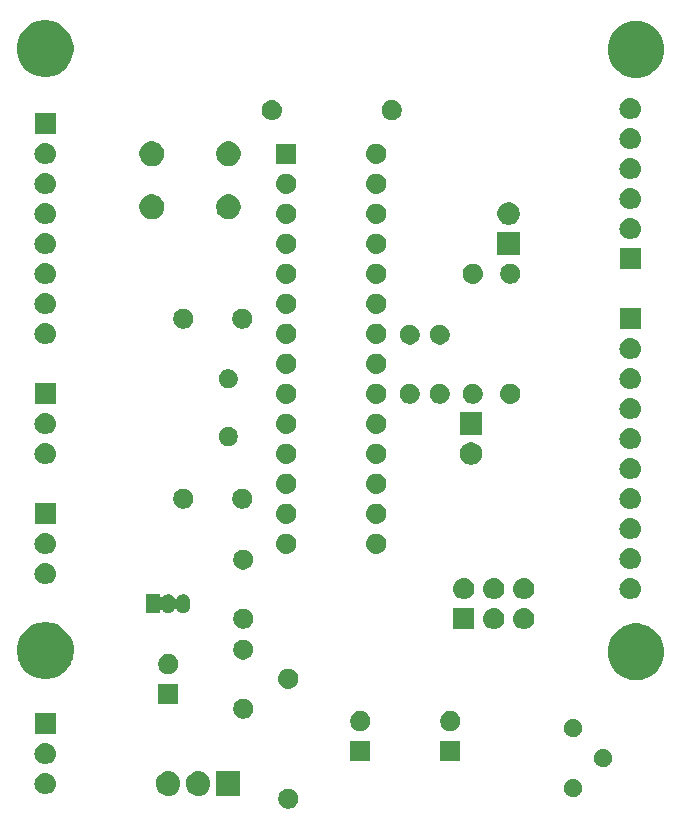
<source format=gbr>
G04 #@! TF.GenerationSoftware,KiCad,Pcbnew,(5.1.2)-2*
G04 #@! TF.CreationDate,2019-07-21T13:35:31+02:00*
G04 #@! TF.ProjectId,MyArduino,4d794172-6475-4696-9e6f-2e6b69636164,rev?*
G04 #@! TF.SameCoordinates,Original*
G04 #@! TF.FileFunction,Soldermask,Top*
G04 #@! TF.FilePolarity,Negative*
%FSLAX46Y46*%
G04 Gerber Fmt 4.6, Leading zero omitted, Abs format (unit mm)*
G04 Created by KiCad (PCBNEW (5.1.2)-2) date 2019-07-21 13:35:31*
%MOMM*%
%LPD*%
G04 APERTURE LIST*
%ADD10C,0.100000*%
G04 APERTURE END LIST*
D10*
G36*
X114802228Y-137611703D02*
G01*
X114957100Y-137675853D01*
X115096481Y-137768985D01*
X115215015Y-137887519D01*
X115308147Y-138026900D01*
X115372297Y-138181772D01*
X115405000Y-138346184D01*
X115405000Y-138513816D01*
X115372297Y-138678228D01*
X115308147Y-138833100D01*
X115215015Y-138972481D01*
X115096481Y-139091015D01*
X114957100Y-139184147D01*
X114802228Y-139248297D01*
X114637816Y-139281000D01*
X114470184Y-139281000D01*
X114305772Y-139248297D01*
X114150900Y-139184147D01*
X114011519Y-139091015D01*
X113892985Y-138972481D01*
X113799853Y-138833100D01*
X113735703Y-138678228D01*
X113703000Y-138513816D01*
X113703000Y-138346184D01*
X113735703Y-138181772D01*
X113799853Y-138026900D01*
X113892985Y-137887519D01*
X114011519Y-137768985D01*
X114150900Y-137675853D01*
X114305772Y-137611703D01*
X114470184Y-137579000D01*
X114637816Y-137579000D01*
X114802228Y-137611703D01*
X114802228Y-137611703D01*
G37*
G36*
X138809589Y-136779876D02*
G01*
X138908893Y-136799629D01*
X139049206Y-136857748D01*
X139175484Y-136942125D01*
X139282875Y-137049516D01*
X139367252Y-137175794D01*
X139425371Y-137316107D01*
X139455000Y-137465063D01*
X139455000Y-137616937D01*
X139425371Y-137765893D01*
X139367252Y-137906206D01*
X139282875Y-138032484D01*
X139175484Y-138139875D01*
X139049206Y-138224252D01*
X138908893Y-138282371D01*
X138809589Y-138302124D01*
X138759938Y-138312000D01*
X138608062Y-138312000D01*
X138558411Y-138302124D01*
X138459107Y-138282371D01*
X138318794Y-138224252D01*
X138192516Y-138139875D01*
X138085125Y-138032484D01*
X138000748Y-137906206D01*
X137942629Y-137765893D01*
X137913000Y-137616937D01*
X137913000Y-137465063D01*
X137942629Y-137316107D01*
X138000748Y-137175794D01*
X138085125Y-137049516D01*
X138192516Y-136942125D01*
X138318794Y-136857748D01*
X138459107Y-136799629D01*
X138558411Y-136779876D01*
X138608062Y-136770000D01*
X138759938Y-136770000D01*
X138809589Y-136779876D01*
X138809589Y-136779876D01*
G37*
G36*
X107130720Y-136123520D02*
G01*
X107319881Y-136180901D01*
X107494212Y-136274083D01*
X107647015Y-136399485D01*
X107772417Y-136552288D01*
X107816182Y-136634167D01*
X107865598Y-136726617D01*
X107865599Y-136726620D01*
X107922980Y-136915781D01*
X107937500Y-137063207D01*
X107937500Y-137256794D01*
X107922980Y-137404220D01*
X107865599Y-137593381D01*
X107772417Y-137767712D01*
X107647015Y-137920515D01*
X107494212Y-138045917D01*
X107412333Y-138089682D01*
X107319883Y-138139098D01*
X107319880Y-138139099D01*
X107130719Y-138196480D01*
X106934000Y-138215855D01*
X106737280Y-138196480D01*
X106548119Y-138139099D01*
X106373788Y-138045917D01*
X106220985Y-137920515D01*
X106095583Y-137767712D01*
X106051818Y-137685833D01*
X106002402Y-137593383D01*
X105963477Y-137465063D01*
X105945020Y-137404219D01*
X105930500Y-137256793D01*
X105930500Y-137063206D01*
X105945020Y-136915780D01*
X106002401Y-136726619D01*
X106095583Y-136552288D01*
X106220985Y-136399485D01*
X106373788Y-136274083D01*
X106548120Y-136180901D01*
X106737281Y-136123520D01*
X106934000Y-136104145D01*
X107130720Y-136123520D01*
X107130720Y-136123520D01*
G37*
G36*
X104590720Y-136123520D02*
G01*
X104779881Y-136180901D01*
X104954212Y-136274083D01*
X105107015Y-136399485D01*
X105232417Y-136552288D01*
X105276182Y-136634167D01*
X105325598Y-136726617D01*
X105325599Y-136726620D01*
X105382980Y-136915781D01*
X105397500Y-137063207D01*
X105397500Y-137256794D01*
X105382980Y-137404220D01*
X105325599Y-137593381D01*
X105232417Y-137767712D01*
X105107015Y-137920515D01*
X104954212Y-138045917D01*
X104872333Y-138089682D01*
X104779883Y-138139098D01*
X104779880Y-138139099D01*
X104590719Y-138196480D01*
X104394000Y-138215855D01*
X104197280Y-138196480D01*
X104008119Y-138139099D01*
X103833788Y-138045917D01*
X103680985Y-137920515D01*
X103555583Y-137767712D01*
X103511818Y-137685833D01*
X103462402Y-137593383D01*
X103423477Y-137465063D01*
X103405020Y-137404219D01*
X103390500Y-137256793D01*
X103390500Y-137063206D01*
X103405020Y-136915780D01*
X103462401Y-136726619D01*
X103555583Y-136552288D01*
X103680985Y-136399485D01*
X103833788Y-136274083D01*
X104008120Y-136180901D01*
X104197281Y-136123520D01*
X104394000Y-136104145D01*
X104590720Y-136123520D01*
X104590720Y-136123520D01*
G37*
G36*
X110477500Y-138211000D02*
G01*
X108470500Y-138211000D01*
X108470500Y-136109000D01*
X110477500Y-136109000D01*
X110477500Y-138211000D01*
X110477500Y-138211000D01*
G37*
G36*
X94090443Y-136265519D02*
G01*
X94156627Y-136272037D01*
X94326466Y-136323557D01*
X94482991Y-136407222D01*
X94518729Y-136436552D01*
X94620186Y-136519814D01*
X94703448Y-136621271D01*
X94732778Y-136657009D01*
X94816443Y-136813534D01*
X94867963Y-136983373D01*
X94885359Y-137160000D01*
X94867963Y-137336627D01*
X94816443Y-137506466D01*
X94732778Y-137662991D01*
X94722223Y-137675852D01*
X94620186Y-137800186D01*
X94518729Y-137883448D01*
X94482991Y-137912778D01*
X94326466Y-137996443D01*
X94156627Y-138047963D01*
X94090442Y-138054482D01*
X94024260Y-138061000D01*
X93935740Y-138061000D01*
X93869558Y-138054482D01*
X93803373Y-138047963D01*
X93633534Y-137996443D01*
X93477009Y-137912778D01*
X93441271Y-137883448D01*
X93339814Y-137800186D01*
X93237777Y-137675852D01*
X93227222Y-137662991D01*
X93143557Y-137506466D01*
X93092037Y-137336627D01*
X93074641Y-137160000D01*
X93092037Y-136983373D01*
X93143557Y-136813534D01*
X93227222Y-136657009D01*
X93256552Y-136621271D01*
X93339814Y-136519814D01*
X93441271Y-136436552D01*
X93477009Y-136407222D01*
X93633534Y-136323557D01*
X93803373Y-136272037D01*
X93869557Y-136265519D01*
X93935740Y-136259000D01*
X94024260Y-136259000D01*
X94090443Y-136265519D01*
X94090443Y-136265519D01*
G37*
G36*
X141349589Y-134239876D02*
G01*
X141448893Y-134259629D01*
X141589206Y-134317748D01*
X141715484Y-134402125D01*
X141822875Y-134509516D01*
X141907252Y-134635794D01*
X141965371Y-134776107D01*
X141995000Y-134925063D01*
X141995000Y-135076937D01*
X141965371Y-135225893D01*
X141907252Y-135366206D01*
X141822875Y-135492484D01*
X141715484Y-135599875D01*
X141589206Y-135684252D01*
X141448893Y-135742371D01*
X141349589Y-135762124D01*
X141299938Y-135772000D01*
X141148062Y-135772000D01*
X141098411Y-135762124D01*
X140999107Y-135742371D01*
X140858794Y-135684252D01*
X140732516Y-135599875D01*
X140625125Y-135492484D01*
X140540748Y-135366206D01*
X140482629Y-135225893D01*
X140453000Y-135076937D01*
X140453000Y-134925063D01*
X140482629Y-134776107D01*
X140540748Y-134635794D01*
X140625125Y-134509516D01*
X140732516Y-134402125D01*
X140858794Y-134317748D01*
X140999107Y-134259629D01*
X141098411Y-134239876D01*
X141148062Y-134230000D01*
X141299938Y-134230000D01*
X141349589Y-134239876D01*
X141349589Y-134239876D01*
G37*
G36*
X94090443Y-133725519D02*
G01*
X94156627Y-133732037D01*
X94326466Y-133783557D01*
X94482991Y-133867222D01*
X94518729Y-133896552D01*
X94620186Y-133979814D01*
X94703448Y-134081271D01*
X94732778Y-134117009D01*
X94816443Y-134273534D01*
X94867963Y-134443373D01*
X94885359Y-134620000D01*
X94867963Y-134796627D01*
X94816443Y-134966466D01*
X94732778Y-135122991D01*
X94703448Y-135158729D01*
X94620186Y-135260186D01*
X94518729Y-135343448D01*
X94482991Y-135372778D01*
X94326466Y-135456443D01*
X94156627Y-135507963D01*
X94090443Y-135514481D01*
X94024260Y-135521000D01*
X93935740Y-135521000D01*
X93869557Y-135514481D01*
X93803373Y-135507963D01*
X93633534Y-135456443D01*
X93477009Y-135372778D01*
X93441271Y-135343448D01*
X93339814Y-135260186D01*
X93256552Y-135158729D01*
X93227222Y-135122991D01*
X93143557Y-134966466D01*
X93092037Y-134796627D01*
X93074641Y-134620000D01*
X93092037Y-134443373D01*
X93143557Y-134273534D01*
X93227222Y-134117009D01*
X93256552Y-134081271D01*
X93339814Y-133979814D01*
X93441271Y-133896552D01*
X93477009Y-133867222D01*
X93633534Y-133783557D01*
X93803373Y-133732037D01*
X93869557Y-133725519D01*
X93935740Y-133719000D01*
X94024260Y-133719000D01*
X94090443Y-133725519D01*
X94090443Y-133725519D01*
G37*
G36*
X129121000Y-135217000D02*
G01*
X127419000Y-135217000D01*
X127419000Y-133515000D01*
X129121000Y-133515000D01*
X129121000Y-135217000D01*
X129121000Y-135217000D01*
G37*
G36*
X121501000Y-135217000D02*
G01*
X119799000Y-135217000D01*
X119799000Y-133515000D01*
X121501000Y-133515000D01*
X121501000Y-135217000D01*
X121501000Y-135217000D01*
G37*
G36*
X138809589Y-131699876D02*
G01*
X138908893Y-131719629D01*
X139049206Y-131777748D01*
X139175484Y-131862125D01*
X139282875Y-131969516D01*
X139367252Y-132095794D01*
X139425371Y-132236107D01*
X139455000Y-132385063D01*
X139455000Y-132536937D01*
X139425371Y-132685893D01*
X139367252Y-132826206D01*
X139282875Y-132952484D01*
X139175484Y-133059875D01*
X139049206Y-133144252D01*
X138908893Y-133202371D01*
X138809589Y-133222124D01*
X138759938Y-133232000D01*
X138608062Y-133232000D01*
X138558411Y-133222124D01*
X138459107Y-133202371D01*
X138318794Y-133144252D01*
X138192516Y-133059875D01*
X138085125Y-132952484D01*
X138000748Y-132826206D01*
X137942629Y-132685893D01*
X137913000Y-132536937D01*
X137913000Y-132385063D01*
X137942629Y-132236107D01*
X138000748Y-132095794D01*
X138085125Y-131969516D01*
X138192516Y-131862125D01*
X138318794Y-131777748D01*
X138459107Y-131719629D01*
X138558411Y-131699876D01*
X138608062Y-131690000D01*
X138759938Y-131690000D01*
X138809589Y-131699876D01*
X138809589Y-131699876D01*
G37*
G36*
X94881000Y-132981000D02*
G01*
X93079000Y-132981000D01*
X93079000Y-131179000D01*
X94881000Y-131179000D01*
X94881000Y-132981000D01*
X94881000Y-132981000D01*
G37*
G36*
X128518228Y-131047703D02*
G01*
X128673100Y-131111853D01*
X128812481Y-131204985D01*
X128931015Y-131323519D01*
X129024147Y-131462900D01*
X129088297Y-131617772D01*
X129121000Y-131782184D01*
X129121000Y-131949816D01*
X129088297Y-132114228D01*
X129024147Y-132269100D01*
X128931015Y-132408481D01*
X128812481Y-132527015D01*
X128673100Y-132620147D01*
X128518228Y-132684297D01*
X128353816Y-132717000D01*
X128186184Y-132717000D01*
X128021772Y-132684297D01*
X127866900Y-132620147D01*
X127727519Y-132527015D01*
X127608985Y-132408481D01*
X127515853Y-132269100D01*
X127451703Y-132114228D01*
X127419000Y-131949816D01*
X127419000Y-131782184D01*
X127451703Y-131617772D01*
X127515853Y-131462900D01*
X127608985Y-131323519D01*
X127727519Y-131204985D01*
X127866900Y-131111853D01*
X128021772Y-131047703D01*
X128186184Y-131015000D01*
X128353816Y-131015000D01*
X128518228Y-131047703D01*
X128518228Y-131047703D01*
G37*
G36*
X120898228Y-131047703D02*
G01*
X121053100Y-131111853D01*
X121192481Y-131204985D01*
X121311015Y-131323519D01*
X121404147Y-131462900D01*
X121468297Y-131617772D01*
X121501000Y-131782184D01*
X121501000Y-131949816D01*
X121468297Y-132114228D01*
X121404147Y-132269100D01*
X121311015Y-132408481D01*
X121192481Y-132527015D01*
X121053100Y-132620147D01*
X120898228Y-132684297D01*
X120733816Y-132717000D01*
X120566184Y-132717000D01*
X120401772Y-132684297D01*
X120246900Y-132620147D01*
X120107519Y-132527015D01*
X119988985Y-132408481D01*
X119895853Y-132269100D01*
X119831703Y-132114228D01*
X119799000Y-131949816D01*
X119799000Y-131782184D01*
X119831703Y-131617772D01*
X119895853Y-131462900D01*
X119988985Y-131323519D01*
X120107519Y-131204985D01*
X120246900Y-131111853D01*
X120401772Y-131047703D01*
X120566184Y-131015000D01*
X120733816Y-131015000D01*
X120898228Y-131047703D01*
X120898228Y-131047703D01*
G37*
G36*
X110992228Y-129991703D02*
G01*
X111147100Y-130055853D01*
X111286481Y-130148985D01*
X111405015Y-130267519D01*
X111498147Y-130406900D01*
X111562297Y-130561772D01*
X111595000Y-130726184D01*
X111595000Y-130893816D01*
X111562297Y-131058228D01*
X111498147Y-131213100D01*
X111405015Y-131352481D01*
X111286481Y-131471015D01*
X111147100Y-131564147D01*
X110992228Y-131628297D01*
X110827816Y-131661000D01*
X110660184Y-131661000D01*
X110495772Y-131628297D01*
X110340900Y-131564147D01*
X110201519Y-131471015D01*
X110082985Y-131352481D01*
X109989853Y-131213100D01*
X109925703Y-131058228D01*
X109893000Y-130893816D01*
X109893000Y-130726184D01*
X109925703Y-130561772D01*
X109989853Y-130406900D01*
X110082985Y-130267519D01*
X110201519Y-130148985D01*
X110340900Y-130055853D01*
X110495772Y-129991703D01*
X110660184Y-129959000D01*
X110827816Y-129959000D01*
X110992228Y-129991703D01*
X110992228Y-129991703D01*
G37*
G36*
X105245000Y-130391000D02*
G01*
X103543000Y-130391000D01*
X103543000Y-128689000D01*
X105245000Y-128689000D01*
X105245000Y-130391000D01*
X105245000Y-130391000D01*
G37*
G36*
X114720823Y-127431313D02*
G01*
X114881242Y-127479976D01*
X114975855Y-127530548D01*
X115029078Y-127558996D01*
X115158659Y-127665341D01*
X115265004Y-127794922D01*
X115265005Y-127794924D01*
X115344024Y-127942758D01*
X115392687Y-128103177D01*
X115409117Y-128270000D01*
X115392687Y-128436823D01*
X115344024Y-128597242D01*
X115294978Y-128689000D01*
X115265004Y-128745078D01*
X115158659Y-128874659D01*
X115029078Y-128981004D01*
X115029076Y-128981005D01*
X114881242Y-129060024D01*
X114720823Y-129108687D01*
X114595804Y-129121000D01*
X114512196Y-129121000D01*
X114387177Y-129108687D01*
X114226758Y-129060024D01*
X114078924Y-128981005D01*
X114078922Y-128981004D01*
X113949341Y-128874659D01*
X113842996Y-128745078D01*
X113813022Y-128689000D01*
X113763976Y-128597242D01*
X113715313Y-128436823D01*
X113698883Y-128270000D01*
X113715313Y-128103177D01*
X113763976Y-127942758D01*
X113842995Y-127794924D01*
X113842996Y-127794922D01*
X113949341Y-127665341D01*
X114078922Y-127558996D01*
X114132145Y-127530548D01*
X114226758Y-127479976D01*
X114387177Y-127431313D01*
X114512196Y-127419000D01*
X114595804Y-127419000D01*
X114720823Y-127431313D01*
X114720823Y-127431313D01*
G37*
G36*
X144468412Y-123645134D02*
G01*
X144700346Y-123691269D01*
X145009320Y-123819251D01*
X145086006Y-123851015D01*
X145137300Y-123872262D01*
X145530548Y-124135022D01*
X145864978Y-124469452D01*
X146127738Y-124862700D01*
X146308731Y-125299654D01*
X146401000Y-125763522D01*
X146401000Y-126236478D01*
X146308731Y-126700346D01*
X146127738Y-127137300D01*
X145864978Y-127530548D01*
X145530548Y-127864978D01*
X145137300Y-128127738D01*
X144700346Y-128308731D01*
X144468412Y-128354865D01*
X144236479Y-128401000D01*
X143763521Y-128401000D01*
X143531588Y-128354865D01*
X143299654Y-128308731D01*
X142862700Y-128127738D01*
X142469452Y-127864978D01*
X142135022Y-127530548D01*
X141872262Y-127137300D01*
X141691269Y-126700346D01*
X141599000Y-126236478D01*
X141599000Y-125763522D01*
X141691269Y-125299654D01*
X141872262Y-124862700D01*
X142135022Y-124469452D01*
X142469452Y-124135022D01*
X142862700Y-123872262D01*
X142913995Y-123851015D01*
X142990680Y-123819251D01*
X143299654Y-123691269D01*
X143531588Y-123645134D01*
X143763521Y-123599000D01*
X144236479Y-123599000D01*
X144468412Y-123645134D01*
X144468412Y-123645134D01*
G37*
G36*
X94424843Y-123536468D02*
G01*
X94700346Y-123591269D01*
X95137300Y-123772262D01*
X95530548Y-124035022D01*
X95864978Y-124369452D01*
X96127738Y-124762700D01*
X96222595Y-124991703D01*
X96308731Y-125199655D01*
X96401000Y-125663521D01*
X96401000Y-126136479D01*
X96358035Y-126352480D01*
X96308731Y-126600346D01*
X96283607Y-126661000D01*
X96161338Y-126956184D01*
X96127738Y-127037300D01*
X95864978Y-127430548D01*
X95530548Y-127764978D01*
X95137300Y-128027738D01*
X94700346Y-128208731D01*
X94468412Y-128254865D01*
X94236479Y-128301000D01*
X93763521Y-128301000D01*
X93531588Y-128254865D01*
X93299654Y-128208731D01*
X92862700Y-128027738D01*
X92469452Y-127764978D01*
X92135022Y-127430548D01*
X91872262Y-127037300D01*
X91838663Y-126956184D01*
X91716393Y-126661000D01*
X91691269Y-126600346D01*
X91641965Y-126352480D01*
X91599000Y-126136479D01*
X91599000Y-125663521D01*
X91691269Y-125199655D01*
X91777406Y-124991703D01*
X91872262Y-124762700D01*
X92135022Y-124369452D01*
X92469452Y-124035022D01*
X92862700Y-123772262D01*
X93299654Y-123591269D01*
X93575157Y-123536468D01*
X93763521Y-123499000D01*
X94236479Y-123499000D01*
X94424843Y-123536468D01*
X94424843Y-123536468D01*
G37*
G36*
X104642228Y-126221703D02*
G01*
X104797100Y-126285853D01*
X104936481Y-126378985D01*
X105055015Y-126497519D01*
X105148147Y-126636900D01*
X105212297Y-126791772D01*
X105245000Y-126956184D01*
X105245000Y-127123816D01*
X105212297Y-127288228D01*
X105148147Y-127443100D01*
X105055015Y-127582481D01*
X104936481Y-127701015D01*
X104797100Y-127794147D01*
X104642228Y-127858297D01*
X104477816Y-127891000D01*
X104310184Y-127891000D01*
X104145772Y-127858297D01*
X103990900Y-127794147D01*
X103851519Y-127701015D01*
X103732985Y-127582481D01*
X103639853Y-127443100D01*
X103575703Y-127288228D01*
X103543000Y-127123816D01*
X103543000Y-126956184D01*
X103575703Y-126791772D01*
X103639853Y-126636900D01*
X103732985Y-126497519D01*
X103851519Y-126378985D01*
X103990900Y-126285853D01*
X104145772Y-126221703D01*
X104310184Y-126189000D01*
X104477816Y-126189000D01*
X104642228Y-126221703D01*
X104642228Y-126221703D01*
G37*
G36*
X110992228Y-124991703D02*
G01*
X111147100Y-125055853D01*
X111286481Y-125148985D01*
X111405015Y-125267519D01*
X111498147Y-125406900D01*
X111562297Y-125561772D01*
X111595000Y-125726184D01*
X111595000Y-125893816D01*
X111562297Y-126058228D01*
X111498147Y-126213100D01*
X111405015Y-126352481D01*
X111286481Y-126471015D01*
X111147100Y-126564147D01*
X110992228Y-126628297D01*
X110827816Y-126661000D01*
X110660184Y-126661000D01*
X110495772Y-126628297D01*
X110340900Y-126564147D01*
X110201519Y-126471015D01*
X110082985Y-126352481D01*
X109989853Y-126213100D01*
X109925703Y-126058228D01*
X109893000Y-125893816D01*
X109893000Y-125726184D01*
X109925703Y-125561772D01*
X109989853Y-125406900D01*
X110082985Y-125267519D01*
X110201519Y-125148985D01*
X110340900Y-125055853D01*
X110495772Y-124991703D01*
X110660184Y-124959000D01*
X110827816Y-124959000D01*
X110992228Y-124991703D01*
X110992228Y-124991703D01*
G37*
G36*
X134603443Y-122295519D02*
G01*
X134669627Y-122302037D01*
X134839466Y-122353557D01*
X134839468Y-122353558D01*
X134863671Y-122366495D01*
X134995991Y-122437222D01*
X135031729Y-122466552D01*
X135133186Y-122549814D01*
X135213369Y-122647519D01*
X135245778Y-122687009D01*
X135329443Y-122843534D01*
X135380963Y-123013373D01*
X135398359Y-123190000D01*
X135380963Y-123366627D01*
X135329443Y-123536466D01*
X135245778Y-123692991D01*
X135216448Y-123728729D01*
X135133186Y-123830186D01*
X135031729Y-123913448D01*
X134995991Y-123942778D01*
X134839466Y-124026443D01*
X134669627Y-124077963D01*
X134603442Y-124084482D01*
X134537260Y-124091000D01*
X134448740Y-124091000D01*
X134382558Y-124084482D01*
X134316373Y-124077963D01*
X134146534Y-124026443D01*
X133990009Y-123942778D01*
X133954271Y-123913448D01*
X133852814Y-123830186D01*
X133769552Y-123728729D01*
X133740222Y-123692991D01*
X133656557Y-123536466D01*
X133605037Y-123366627D01*
X133587641Y-123190000D01*
X133605037Y-123013373D01*
X133656557Y-122843534D01*
X133740222Y-122687009D01*
X133772631Y-122647519D01*
X133852814Y-122549814D01*
X133954271Y-122466552D01*
X133990009Y-122437222D01*
X134122329Y-122366495D01*
X134146532Y-122353558D01*
X134146534Y-122353557D01*
X134316373Y-122302037D01*
X134382557Y-122295519D01*
X134448740Y-122289000D01*
X134537260Y-122289000D01*
X134603443Y-122295519D01*
X134603443Y-122295519D01*
G37*
G36*
X132063443Y-122295519D02*
G01*
X132129627Y-122302037D01*
X132299466Y-122353557D01*
X132299468Y-122353558D01*
X132323671Y-122366495D01*
X132455991Y-122437222D01*
X132491729Y-122466552D01*
X132593186Y-122549814D01*
X132673369Y-122647519D01*
X132705778Y-122687009D01*
X132789443Y-122843534D01*
X132840963Y-123013373D01*
X132858359Y-123190000D01*
X132840963Y-123366627D01*
X132789443Y-123536466D01*
X132705778Y-123692991D01*
X132676448Y-123728729D01*
X132593186Y-123830186D01*
X132491729Y-123913448D01*
X132455991Y-123942778D01*
X132299466Y-124026443D01*
X132129627Y-124077963D01*
X132063442Y-124084482D01*
X131997260Y-124091000D01*
X131908740Y-124091000D01*
X131842558Y-124084482D01*
X131776373Y-124077963D01*
X131606534Y-124026443D01*
X131450009Y-123942778D01*
X131414271Y-123913448D01*
X131312814Y-123830186D01*
X131229552Y-123728729D01*
X131200222Y-123692991D01*
X131116557Y-123536466D01*
X131065037Y-123366627D01*
X131047641Y-123190000D01*
X131065037Y-123013373D01*
X131116557Y-122843534D01*
X131200222Y-122687009D01*
X131232631Y-122647519D01*
X131312814Y-122549814D01*
X131414271Y-122466552D01*
X131450009Y-122437222D01*
X131582329Y-122366495D01*
X131606532Y-122353558D01*
X131606534Y-122353557D01*
X131776373Y-122302037D01*
X131842557Y-122295519D01*
X131908740Y-122289000D01*
X131997260Y-122289000D01*
X132063443Y-122295519D01*
X132063443Y-122295519D01*
G37*
G36*
X130314000Y-124091000D02*
G01*
X128512000Y-124091000D01*
X128512000Y-122289000D01*
X130314000Y-122289000D01*
X130314000Y-124091000D01*
X130314000Y-124091000D01*
G37*
G36*
X110992228Y-122371703D02*
G01*
X111147100Y-122435853D01*
X111286481Y-122528985D01*
X111405015Y-122647519D01*
X111498147Y-122786900D01*
X111562297Y-122941772D01*
X111595000Y-123106184D01*
X111595000Y-123273816D01*
X111562297Y-123438228D01*
X111498147Y-123593100D01*
X111405015Y-123732481D01*
X111286481Y-123851015D01*
X111147100Y-123944147D01*
X110992228Y-124008297D01*
X110827816Y-124041000D01*
X110660184Y-124041000D01*
X110495772Y-124008297D01*
X110340900Y-123944147D01*
X110201519Y-123851015D01*
X110082985Y-123732481D01*
X109989853Y-123593100D01*
X109925703Y-123438228D01*
X109893000Y-123273816D01*
X109893000Y-123106184D01*
X109925703Y-122941772D01*
X109989853Y-122786900D01*
X110082985Y-122647519D01*
X110201519Y-122528985D01*
X110340900Y-122435853D01*
X110495772Y-122371703D01*
X110660184Y-122339000D01*
X110827816Y-122339000D01*
X110992228Y-122371703D01*
X110992228Y-122371703D01*
G37*
G36*
X105776915Y-121127334D02*
G01*
X105885491Y-121160271D01*
X105885494Y-121160272D01*
X105921600Y-121179571D01*
X105985556Y-121213756D01*
X106073264Y-121285736D01*
X106145244Y-121373443D01*
X106179429Y-121437399D01*
X106198728Y-121473505D01*
X106198729Y-121473508D01*
X106231666Y-121582084D01*
X106240000Y-121666702D01*
X106240000Y-122173297D01*
X106231666Y-122257916D01*
X106199252Y-122364767D01*
X106198728Y-122366495D01*
X106195944Y-122371703D01*
X106145244Y-122466557D01*
X106073264Y-122554264D01*
X105985557Y-122626244D01*
X105921601Y-122660429D01*
X105885495Y-122679728D01*
X105885492Y-122679729D01*
X105776916Y-122712666D01*
X105664000Y-122723787D01*
X105551085Y-122712666D01*
X105442509Y-122679729D01*
X105442506Y-122679728D01*
X105406400Y-122660429D01*
X105342444Y-122626244D01*
X105254737Y-122554264D01*
X105182757Y-122466557D01*
X105139239Y-122385141D01*
X105125625Y-122364766D01*
X105108298Y-122347439D01*
X105087924Y-122333826D01*
X105065285Y-122324448D01*
X105041252Y-122319668D01*
X105016748Y-122319668D01*
X104992715Y-122324448D01*
X104970076Y-122333826D01*
X104949701Y-122347440D01*
X104932374Y-122364767D01*
X104918761Y-122385141D01*
X104875244Y-122466557D01*
X104803264Y-122554264D01*
X104715557Y-122626244D01*
X104651601Y-122660429D01*
X104615495Y-122679728D01*
X104615492Y-122679729D01*
X104506916Y-122712666D01*
X104394000Y-122723787D01*
X104281085Y-122712666D01*
X104172509Y-122679729D01*
X104172506Y-122679728D01*
X104136400Y-122660429D01*
X104072444Y-122626244D01*
X103984737Y-122554264D01*
X103921622Y-122477359D01*
X103904297Y-122460034D01*
X103883923Y-122446420D01*
X103861284Y-122437043D01*
X103837250Y-122432263D01*
X103812746Y-122432263D01*
X103788713Y-122437044D01*
X103766074Y-122446421D01*
X103745700Y-122460035D01*
X103728373Y-122477362D01*
X103714759Y-122497736D01*
X103705382Y-122520375D01*
X103700000Y-122556660D01*
X103700000Y-122721000D01*
X102548000Y-122721000D01*
X102548000Y-121119000D01*
X103700000Y-121119000D01*
X103700000Y-121283341D01*
X103702402Y-121307727D01*
X103709515Y-121331176D01*
X103721066Y-121352787D01*
X103736611Y-121371729D01*
X103755553Y-121387274D01*
X103777164Y-121398825D01*
X103800613Y-121405938D01*
X103824999Y-121408340D01*
X103849385Y-121405938D01*
X103872834Y-121398825D01*
X103894445Y-121387274D01*
X103913387Y-121371729D01*
X103921608Y-121362657D01*
X103984736Y-121285736D01*
X104072443Y-121213756D01*
X104136399Y-121179571D01*
X104172505Y-121160272D01*
X104172508Y-121160271D01*
X104281084Y-121127334D01*
X104394000Y-121116213D01*
X104506915Y-121127334D01*
X104615491Y-121160271D01*
X104615494Y-121160272D01*
X104651600Y-121179571D01*
X104715556Y-121213756D01*
X104803264Y-121285736D01*
X104875244Y-121373443D01*
X104918761Y-121454859D01*
X104932375Y-121475234D01*
X104949702Y-121492561D01*
X104970076Y-121506174D01*
X104992715Y-121515552D01*
X105016748Y-121520332D01*
X105041252Y-121520332D01*
X105065285Y-121515552D01*
X105087924Y-121506174D01*
X105108299Y-121492560D01*
X105125626Y-121475233D01*
X105139239Y-121454860D01*
X105182756Y-121373444D01*
X105254736Y-121285736D01*
X105342443Y-121213756D01*
X105406399Y-121179571D01*
X105442505Y-121160272D01*
X105442508Y-121160271D01*
X105551084Y-121127334D01*
X105664000Y-121116213D01*
X105776915Y-121127334D01*
X105776915Y-121127334D01*
G37*
G36*
X129523442Y-119755518D02*
G01*
X129589627Y-119762037D01*
X129759466Y-119813557D01*
X129915991Y-119897222D01*
X129951729Y-119926552D01*
X130053186Y-120009814D01*
X130136448Y-120111271D01*
X130165778Y-120147009D01*
X130249443Y-120303534D01*
X130300963Y-120473373D01*
X130318359Y-120650000D01*
X130300963Y-120826627D01*
X130249443Y-120996466D01*
X130165778Y-121152991D01*
X130136448Y-121188729D01*
X130053186Y-121290186D01*
X129976905Y-121352787D01*
X129915991Y-121402778D01*
X129915989Y-121402779D01*
X129783666Y-121473508D01*
X129759466Y-121486443D01*
X129589627Y-121537963D01*
X129523443Y-121544481D01*
X129457260Y-121551000D01*
X129368740Y-121551000D01*
X129302557Y-121544481D01*
X129236373Y-121537963D01*
X129066534Y-121486443D01*
X129042335Y-121473508D01*
X128910011Y-121402779D01*
X128910009Y-121402778D01*
X128849095Y-121352787D01*
X128772814Y-121290186D01*
X128689552Y-121188729D01*
X128660222Y-121152991D01*
X128576557Y-120996466D01*
X128525037Y-120826627D01*
X128507641Y-120650000D01*
X128525037Y-120473373D01*
X128576557Y-120303534D01*
X128660222Y-120147009D01*
X128689552Y-120111271D01*
X128772814Y-120009814D01*
X128874271Y-119926552D01*
X128910009Y-119897222D01*
X129066534Y-119813557D01*
X129236373Y-119762037D01*
X129302558Y-119755518D01*
X129368740Y-119749000D01*
X129457260Y-119749000D01*
X129523442Y-119755518D01*
X129523442Y-119755518D01*
G37*
G36*
X134603442Y-119755518D02*
G01*
X134669627Y-119762037D01*
X134839466Y-119813557D01*
X134995991Y-119897222D01*
X135031729Y-119926552D01*
X135133186Y-120009814D01*
X135216448Y-120111271D01*
X135245778Y-120147009D01*
X135329443Y-120303534D01*
X135380963Y-120473373D01*
X135398359Y-120650000D01*
X135380963Y-120826627D01*
X135329443Y-120996466D01*
X135245778Y-121152991D01*
X135216448Y-121188729D01*
X135133186Y-121290186D01*
X135056905Y-121352787D01*
X134995991Y-121402778D01*
X134995989Y-121402779D01*
X134863666Y-121473508D01*
X134839466Y-121486443D01*
X134669627Y-121537963D01*
X134603443Y-121544481D01*
X134537260Y-121551000D01*
X134448740Y-121551000D01*
X134382557Y-121544481D01*
X134316373Y-121537963D01*
X134146534Y-121486443D01*
X134122335Y-121473508D01*
X133990011Y-121402779D01*
X133990009Y-121402778D01*
X133929095Y-121352787D01*
X133852814Y-121290186D01*
X133769552Y-121188729D01*
X133740222Y-121152991D01*
X133656557Y-120996466D01*
X133605037Y-120826627D01*
X133587641Y-120650000D01*
X133605037Y-120473373D01*
X133656557Y-120303534D01*
X133740222Y-120147009D01*
X133769552Y-120111271D01*
X133852814Y-120009814D01*
X133954271Y-119926552D01*
X133990009Y-119897222D01*
X134146534Y-119813557D01*
X134316373Y-119762037D01*
X134382558Y-119755518D01*
X134448740Y-119749000D01*
X134537260Y-119749000D01*
X134603442Y-119755518D01*
X134603442Y-119755518D01*
G37*
G36*
X132063442Y-119755518D02*
G01*
X132129627Y-119762037D01*
X132299466Y-119813557D01*
X132455991Y-119897222D01*
X132491729Y-119926552D01*
X132593186Y-120009814D01*
X132676448Y-120111271D01*
X132705778Y-120147009D01*
X132789443Y-120303534D01*
X132840963Y-120473373D01*
X132858359Y-120650000D01*
X132840963Y-120826627D01*
X132789443Y-120996466D01*
X132705778Y-121152991D01*
X132676448Y-121188729D01*
X132593186Y-121290186D01*
X132516905Y-121352787D01*
X132455991Y-121402778D01*
X132455989Y-121402779D01*
X132323666Y-121473508D01*
X132299466Y-121486443D01*
X132129627Y-121537963D01*
X132063443Y-121544481D01*
X131997260Y-121551000D01*
X131908740Y-121551000D01*
X131842557Y-121544481D01*
X131776373Y-121537963D01*
X131606534Y-121486443D01*
X131582335Y-121473508D01*
X131450011Y-121402779D01*
X131450009Y-121402778D01*
X131389095Y-121352787D01*
X131312814Y-121290186D01*
X131229552Y-121188729D01*
X131200222Y-121152991D01*
X131116557Y-120996466D01*
X131065037Y-120826627D01*
X131047641Y-120650000D01*
X131065037Y-120473373D01*
X131116557Y-120303534D01*
X131200222Y-120147009D01*
X131229552Y-120111271D01*
X131312814Y-120009814D01*
X131414271Y-119926552D01*
X131450009Y-119897222D01*
X131606534Y-119813557D01*
X131776373Y-119762037D01*
X131842558Y-119755518D01*
X131908740Y-119749000D01*
X131997260Y-119749000D01*
X132063442Y-119755518D01*
X132063442Y-119755518D01*
G37*
G36*
X143620442Y-119755518D02*
G01*
X143686627Y-119762037D01*
X143856466Y-119813557D01*
X144012991Y-119897222D01*
X144048729Y-119926552D01*
X144150186Y-120009814D01*
X144233448Y-120111271D01*
X144262778Y-120147009D01*
X144346443Y-120303534D01*
X144397963Y-120473373D01*
X144415359Y-120650000D01*
X144397963Y-120826627D01*
X144346443Y-120996466D01*
X144262778Y-121152991D01*
X144233448Y-121188729D01*
X144150186Y-121290186D01*
X144073905Y-121352787D01*
X144012991Y-121402778D01*
X144012989Y-121402779D01*
X143880666Y-121473508D01*
X143856466Y-121486443D01*
X143686627Y-121537963D01*
X143620443Y-121544481D01*
X143554260Y-121551000D01*
X143465740Y-121551000D01*
X143399557Y-121544481D01*
X143333373Y-121537963D01*
X143163534Y-121486443D01*
X143139335Y-121473508D01*
X143007011Y-121402779D01*
X143007009Y-121402778D01*
X142946095Y-121352787D01*
X142869814Y-121290186D01*
X142786552Y-121188729D01*
X142757222Y-121152991D01*
X142673557Y-120996466D01*
X142622037Y-120826627D01*
X142604641Y-120650000D01*
X142622037Y-120473373D01*
X142673557Y-120303534D01*
X142757222Y-120147009D01*
X142786552Y-120111271D01*
X142869814Y-120009814D01*
X142971271Y-119926552D01*
X143007009Y-119897222D01*
X143163534Y-119813557D01*
X143333373Y-119762037D01*
X143399558Y-119755518D01*
X143465740Y-119749000D01*
X143554260Y-119749000D01*
X143620442Y-119755518D01*
X143620442Y-119755518D01*
G37*
G36*
X94090442Y-118485518D02*
G01*
X94156627Y-118492037D01*
X94326466Y-118543557D01*
X94482991Y-118627222D01*
X94518729Y-118656552D01*
X94620186Y-118739814D01*
X94703448Y-118841271D01*
X94732778Y-118877009D01*
X94816443Y-119033534D01*
X94867963Y-119203373D01*
X94885359Y-119380000D01*
X94867963Y-119556627D01*
X94816443Y-119726466D01*
X94732778Y-119882991D01*
X94703448Y-119918729D01*
X94620186Y-120020186D01*
X94518729Y-120103448D01*
X94482991Y-120132778D01*
X94326466Y-120216443D01*
X94156627Y-120267963D01*
X94090442Y-120274482D01*
X94024260Y-120281000D01*
X93935740Y-120281000D01*
X93869558Y-120274482D01*
X93803373Y-120267963D01*
X93633534Y-120216443D01*
X93477009Y-120132778D01*
X93441271Y-120103448D01*
X93339814Y-120020186D01*
X93256552Y-119918729D01*
X93227222Y-119882991D01*
X93143557Y-119726466D01*
X93092037Y-119556627D01*
X93074641Y-119380000D01*
X93092037Y-119203373D01*
X93143557Y-119033534D01*
X93227222Y-118877009D01*
X93256552Y-118841271D01*
X93339814Y-118739814D01*
X93441271Y-118656552D01*
X93477009Y-118627222D01*
X93633534Y-118543557D01*
X93803373Y-118492037D01*
X93869558Y-118485518D01*
X93935740Y-118479000D01*
X94024260Y-118479000D01*
X94090442Y-118485518D01*
X94090442Y-118485518D01*
G37*
G36*
X110992228Y-117371703D02*
G01*
X111147100Y-117435853D01*
X111286481Y-117528985D01*
X111405015Y-117647519D01*
X111498147Y-117786900D01*
X111562297Y-117941772D01*
X111595000Y-118106184D01*
X111595000Y-118273816D01*
X111562297Y-118438228D01*
X111498147Y-118593100D01*
X111405015Y-118732481D01*
X111286481Y-118851015D01*
X111147100Y-118944147D01*
X110992228Y-119008297D01*
X110827816Y-119041000D01*
X110660184Y-119041000D01*
X110495772Y-119008297D01*
X110340900Y-118944147D01*
X110201519Y-118851015D01*
X110082985Y-118732481D01*
X109989853Y-118593100D01*
X109925703Y-118438228D01*
X109893000Y-118273816D01*
X109893000Y-118106184D01*
X109925703Y-117941772D01*
X109989853Y-117786900D01*
X110082985Y-117647519D01*
X110201519Y-117528985D01*
X110340900Y-117435853D01*
X110495772Y-117371703D01*
X110660184Y-117339000D01*
X110827816Y-117339000D01*
X110992228Y-117371703D01*
X110992228Y-117371703D01*
G37*
G36*
X143620443Y-117215519D02*
G01*
X143686627Y-117222037D01*
X143856466Y-117273557D01*
X144012991Y-117357222D01*
X144030636Y-117371703D01*
X144150186Y-117469814D01*
X144233448Y-117571271D01*
X144262778Y-117607009D01*
X144346443Y-117763534D01*
X144397963Y-117933373D01*
X144415359Y-118110000D01*
X144397963Y-118286627D01*
X144346443Y-118456466D01*
X144262778Y-118612991D01*
X144233448Y-118648729D01*
X144150186Y-118750186D01*
X144048729Y-118833448D01*
X144012991Y-118862778D01*
X144012989Y-118862779D01*
X143860762Y-118944147D01*
X143856466Y-118946443D01*
X143686627Y-118997963D01*
X143620443Y-119004481D01*
X143554260Y-119011000D01*
X143465740Y-119011000D01*
X143399557Y-119004481D01*
X143333373Y-118997963D01*
X143163534Y-118946443D01*
X143159239Y-118944147D01*
X143007011Y-118862779D01*
X143007009Y-118862778D01*
X142971271Y-118833448D01*
X142869814Y-118750186D01*
X142786552Y-118648729D01*
X142757222Y-118612991D01*
X142673557Y-118456466D01*
X142622037Y-118286627D01*
X142604641Y-118110000D01*
X142622037Y-117933373D01*
X142673557Y-117763534D01*
X142757222Y-117607009D01*
X142786552Y-117571271D01*
X142869814Y-117469814D01*
X142989364Y-117371703D01*
X143007009Y-117357222D01*
X143163534Y-117273557D01*
X143333373Y-117222037D01*
X143399557Y-117215519D01*
X143465740Y-117209000D01*
X143554260Y-117209000D01*
X143620443Y-117215519D01*
X143620443Y-117215519D01*
G37*
G36*
X94090442Y-115945518D02*
G01*
X94156627Y-115952037D01*
X94326466Y-116003557D01*
X94482991Y-116087222D01*
X94518729Y-116116552D01*
X94620186Y-116199814D01*
X94703448Y-116301271D01*
X94732778Y-116337009D01*
X94816443Y-116493534D01*
X94867963Y-116663373D01*
X94885359Y-116840000D01*
X94867963Y-117016627D01*
X94816443Y-117186466D01*
X94732778Y-117342991D01*
X94709213Y-117371705D01*
X94620186Y-117480186D01*
X94518729Y-117563448D01*
X94482991Y-117592778D01*
X94326466Y-117676443D01*
X94156627Y-117727963D01*
X94090442Y-117734482D01*
X94024260Y-117741000D01*
X93935740Y-117741000D01*
X93869558Y-117734482D01*
X93803373Y-117727963D01*
X93633534Y-117676443D01*
X93477009Y-117592778D01*
X93441271Y-117563448D01*
X93339814Y-117480186D01*
X93250787Y-117371705D01*
X93227222Y-117342991D01*
X93143557Y-117186466D01*
X93092037Y-117016627D01*
X93074641Y-116840000D01*
X93092037Y-116663373D01*
X93143557Y-116493534D01*
X93227222Y-116337009D01*
X93256552Y-116301271D01*
X93339814Y-116199814D01*
X93441271Y-116116552D01*
X93477009Y-116087222D01*
X93633534Y-116003557D01*
X93803373Y-115952037D01*
X93869558Y-115945518D01*
X93935740Y-115939000D01*
X94024260Y-115939000D01*
X94090442Y-115945518D01*
X94090442Y-115945518D01*
G37*
G36*
X114563612Y-116001313D02*
G01*
X114724031Y-116049976D01*
X114793711Y-116087221D01*
X114871867Y-116128996D01*
X115001448Y-116235341D01*
X115107793Y-116364922D01*
X115107794Y-116364924D01*
X115186813Y-116512758D01*
X115235476Y-116673177D01*
X115251906Y-116840000D01*
X115235476Y-117006823D01*
X115186813Y-117167242D01*
X115157524Y-117222037D01*
X115107793Y-117315078D01*
X115001448Y-117444659D01*
X114871867Y-117551004D01*
X114871865Y-117551005D01*
X114724031Y-117630024D01*
X114563612Y-117678687D01*
X114438593Y-117691000D01*
X114354985Y-117691000D01*
X114229966Y-117678687D01*
X114069547Y-117630024D01*
X113921713Y-117551005D01*
X113921711Y-117551004D01*
X113792130Y-117444659D01*
X113685785Y-117315078D01*
X113636054Y-117222037D01*
X113606765Y-117167242D01*
X113558102Y-117006823D01*
X113541672Y-116840000D01*
X113558102Y-116673177D01*
X113606765Y-116512758D01*
X113685784Y-116364924D01*
X113685785Y-116364922D01*
X113792130Y-116235341D01*
X113921711Y-116128996D01*
X113999867Y-116087221D01*
X114069547Y-116049976D01*
X114229966Y-116001313D01*
X114354985Y-115989000D01*
X114438593Y-115989000D01*
X114563612Y-116001313D01*
X114563612Y-116001313D01*
G37*
G36*
X122183612Y-116001313D02*
G01*
X122344031Y-116049976D01*
X122413711Y-116087221D01*
X122491867Y-116128996D01*
X122621448Y-116235341D01*
X122727793Y-116364922D01*
X122727794Y-116364924D01*
X122806813Y-116512758D01*
X122855476Y-116673177D01*
X122871906Y-116840000D01*
X122855476Y-117006823D01*
X122806813Y-117167242D01*
X122777524Y-117222037D01*
X122727793Y-117315078D01*
X122621448Y-117444659D01*
X122491867Y-117551004D01*
X122491865Y-117551005D01*
X122344031Y-117630024D01*
X122183612Y-117678687D01*
X122058593Y-117691000D01*
X121974985Y-117691000D01*
X121849966Y-117678687D01*
X121689547Y-117630024D01*
X121541713Y-117551005D01*
X121541711Y-117551004D01*
X121412130Y-117444659D01*
X121305785Y-117315078D01*
X121256054Y-117222037D01*
X121226765Y-117167242D01*
X121178102Y-117006823D01*
X121161672Y-116840000D01*
X121178102Y-116673177D01*
X121226765Y-116512758D01*
X121305784Y-116364924D01*
X121305785Y-116364922D01*
X121412130Y-116235341D01*
X121541711Y-116128996D01*
X121619867Y-116087221D01*
X121689547Y-116049976D01*
X121849966Y-116001313D01*
X121974985Y-115989000D01*
X122058593Y-115989000D01*
X122183612Y-116001313D01*
X122183612Y-116001313D01*
G37*
G36*
X143620443Y-114675519D02*
G01*
X143686627Y-114682037D01*
X143856466Y-114733557D01*
X144012991Y-114817222D01*
X144048729Y-114846552D01*
X144150186Y-114929814D01*
X144233448Y-115031271D01*
X144262778Y-115067009D01*
X144346443Y-115223534D01*
X144397963Y-115393373D01*
X144415359Y-115570000D01*
X144397963Y-115746627D01*
X144346443Y-115916466D01*
X144262778Y-116072991D01*
X144233448Y-116108729D01*
X144150186Y-116210186D01*
X144048729Y-116293448D01*
X144012991Y-116322778D01*
X143856466Y-116406443D01*
X143686627Y-116457963D01*
X143620442Y-116464482D01*
X143554260Y-116471000D01*
X143465740Y-116471000D01*
X143399558Y-116464482D01*
X143333373Y-116457963D01*
X143163534Y-116406443D01*
X143007009Y-116322778D01*
X142971271Y-116293448D01*
X142869814Y-116210186D01*
X142786552Y-116108729D01*
X142757222Y-116072991D01*
X142673557Y-115916466D01*
X142622037Y-115746627D01*
X142604641Y-115570000D01*
X142622037Y-115393373D01*
X142673557Y-115223534D01*
X142757222Y-115067009D01*
X142786552Y-115031271D01*
X142869814Y-114929814D01*
X142971271Y-114846552D01*
X143007009Y-114817222D01*
X143163534Y-114733557D01*
X143333373Y-114682037D01*
X143399557Y-114675519D01*
X143465740Y-114669000D01*
X143554260Y-114669000D01*
X143620443Y-114675519D01*
X143620443Y-114675519D01*
G37*
G36*
X94881000Y-115201000D02*
G01*
X93079000Y-115201000D01*
X93079000Y-113399000D01*
X94881000Y-113399000D01*
X94881000Y-115201000D01*
X94881000Y-115201000D01*
G37*
G36*
X114563612Y-113461313D02*
G01*
X114724031Y-113509976D01*
X114856695Y-113580886D01*
X114871867Y-113588996D01*
X115001448Y-113695341D01*
X115107793Y-113824922D01*
X115107794Y-113824924D01*
X115186813Y-113972758D01*
X115235476Y-114133177D01*
X115251906Y-114300000D01*
X115235476Y-114466823D01*
X115186813Y-114627242D01*
X115157524Y-114682037D01*
X115107793Y-114775078D01*
X115001448Y-114904659D01*
X114871867Y-115011004D01*
X114871865Y-115011005D01*
X114724031Y-115090024D01*
X114563612Y-115138687D01*
X114438593Y-115151000D01*
X114354985Y-115151000D01*
X114229966Y-115138687D01*
X114069547Y-115090024D01*
X113921713Y-115011005D01*
X113921711Y-115011004D01*
X113792130Y-114904659D01*
X113685785Y-114775078D01*
X113636054Y-114682037D01*
X113606765Y-114627242D01*
X113558102Y-114466823D01*
X113541672Y-114300000D01*
X113558102Y-114133177D01*
X113606765Y-113972758D01*
X113685784Y-113824924D01*
X113685785Y-113824922D01*
X113792130Y-113695341D01*
X113921711Y-113588996D01*
X113936883Y-113580886D01*
X114069547Y-113509976D01*
X114229966Y-113461313D01*
X114354985Y-113449000D01*
X114438593Y-113449000D01*
X114563612Y-113461313D01*
X114563612Y-113461313D01*
G37*
G36*
X122183612Y-113461313D02*
G01*
X122344031Y-113509976D01*
X122476695Y-113580886D01*
X122491867Y-113588996D01*
X122621448Y-113695341D01*
X122727793Y-113824922D01*
X122727794Y-113824924D01*
X122806813Y-113972758D01*
X122855476Y-114133177D01*
X122871906Y-114300000D01*
X122855476Y-114466823D01*
X122806813Y-114627242D01*
X122777524Y-114682037D01*
X122727793Y-114775078D01*
X122621448Y-114904659D01*
X122491867Y-115011004D01*
X122491865Y-115011005D01*
X122344031Y-115090024D01*
X122183612Y-115138687D01*
X122058593Y-115151000D01*
X121974985Y-115151000D01*
X121849966Y-115138687D01*
X121689547Y-115090024D01*
X121541713Y-115011005D01*
X121541711Y-115011004D01*
X121412130Y-114904659D01*
X121305785Y-114775078D01*
X121256054Y-114682037D01*
X121226765Y-114627242D01*
X121178102Y-114466823D01*
X121161672Y-114300000D01*
X121178102Y-114133177D01*
X121226765Y-113972758D01*
X121305784Y-113824924D01*
X121305785Y-113824922D01*
X121412130Y-113695341D01*
X121541711Y-113588996D01*
X121556883Y-113580886D01*
X121689547Y-113509976D01*
X121849966Y-113461313D01*
X121974985Y-113449000D01*
X122058593Y-113449000D01*
X122183612Y-113461313D01*
X122183612Y-113461313D01*
G37*
G36*
X143620443Y-112135519D02*
G01*
X143686627Y-112142037D01*
X143856466Y-112193557D01*
X144012991Y-112277222D01*
X144048729Y-112306552D01*
X144150186Y-112389814D01*
X144230369Y-112487519D01*
X144262778Y-112527009D01*
X144346443Y-112683534D01*
X144397963Y-112853373D01*
X144415359Y-113030000D01*
X144397963Y-113206627D01*
X144346443Y-113376466D01*
X144262778Y-113532991D01*
X144233448Y-113568729D01*
X144150186Y-113670186D01*
X144048729Y-113753448D01*
X144012991Y-113782778D01*
X143856466Y-113866443D01*
X143686627Y-113917963D01*
X143620443Y-113924481D01*
X143554260Y-113931000D01*
X143465740Y-113931000D01*
X143399557Y-113924481D01*
X143333373Y-113917963D01*
X143163534Y-113866443D01*
X143007009Y-113782778D01*
X142971271Y-113753448D01*
X142869814Y-113670186D01*
X142786552Y-113568729D01*
X142757222Y-113532991D01*
X142673557Y-113376466D01*
X142622037Y-113206627D01*
X142604641Y-113030000D01*
X142622037Y-112853373D01*
X142673557Y-112683534D01*
X142757222Y-112527009D01*
X142789631Y-112487519D01*
X142869814Y-112389814D01*
X142971271Y-112306552D01*
X143007009Y-112277222D01*
X143163534Y-112193557D01*
X143333373Y-112142037D01*
X143399557Y-112135519D01*
X143465740Y-112129000D01*
X143554260Y-112129000D01*
X143620443Y-112135519D01*
X143620443Y-112135519D01*
G37*
G36*
X110912228Y-112211703D02*
G01*
X111067100Y-112275853D01*
X111206481Y-112368985D01*
X111325015Y-112487519D01*
X111418147Y-112626900D01*
X111482297Y-112781772D01*
X111515000Y-112946184D01*
X111515000Y-113113816D01*
X111482297Y-113278228D01*
X111418147Y-113433100D01*
X111325015Y-113572481D01*
X111206481Y-113691015D01*
X111067100Y-113784147D01*
X110912228Y-113848297D01*
X110747816Y-113881000D01*
X110580184Y-113881000D01*
X110415772Y-113848297D01*
X110260900Y-113784147D01*
X110121519Y-113691015D01*
X110002985Y-113572481D01*
X109909853Y-113433100D01*
X109845703Y-113278228D01*
X109813000Y-113113816D01*
X109813000Y-112946184D01*
X109845703Y-112781772D01*
X109909853Y-112626900D01*
X110002985Y-112487519D01*
X110121519Y-112368985D01*
X110260900Y-112275853D01*
X110415772Y-112211703D01*
X110580184Y-112179000D01*
X110747816Y-112179000D01*
X110912228Y-112211703D01*
X110912228Y-112211703D01*
G37*
G36*
X105912228Y-112211703D02*
G01*
X106067100Y-112275853D01*
X106206481Y-112368985D01*
X106325015Y-112487519D01*
X106418147Y-112626900D01*
X106482297Y-112781772D01*
X106515000Y-112946184D01*
X106515000Y-113113816D01*
X106482297Y-113278228D01*
X106418147Y-113433100D01*
X106325015Y-113572481D01*
X106206481Y-113691015D01*
X106067100Y-113784147D01*
X105912228Y-113848297D01*
X105747816Y-113881000D01*
X105580184Y-113881000D01*
X105415772Y-113848297D01*
X105260900Y-113784147D01*
X105121519Y-113691015D01*
X105002985Y-113572481D01*
X104909853Y-113433100D01*
X104845703Y-113278228D01*
X104813000Y-113113816D01*
X104813000Y-112946184D01*
X104845703Y-112781772D01*
X104909853Y-112626900D01*
X105002985Y-112487519D01*
X105121519Y-112368985D01*
X105260900Y-112275853D01*
X105415772Y-112211703D01*
X105580184Y-112179000D01*
X105747816Y-112179000D01*
X105912228Y-112211703D01*
X105912228Y-112211703D01*
G37*
G36*
X114563612Y-110921313D02*
G01*
X114724031Y-110969976D01*
X114856695Y-111040886D01*
X114871867Y-111048996D01*
X115001448Y-111155341D01*
X115107793Y-111284922D01*
X115107794Y-111284924D01*
X115186813Y-111432758D01*
X115235476Y-111593177D01*
X115251906Y-111760000D01*
X115235476Y-111926823D01*
X115186813Y-112087242D01*
X115157524Y-112142037D01*
X115107793Y-112235078D01*
X115001448Y-112364659D01*
X114871867Y-112471004D01*
X114871865Y-112471005D01*
X114724031Y-112550024D01*
X114563612Y-112598687D01*
X114438593Y-112611000D01*
X114354985Y-112611000D01*
X114229966Y-112598687D01*
X114069547Y-112550024D01*
X113921713Y-112471005D01*
X113921711Y-112471004D01*
X113792130Y-112364659D01*
X113685785Y-112235078D01*
X113636054Y-112142037D01*
X113606765Y-112087242D01*
X113558102Y-111926823D01*
X113541672Y-111760000D01*
X113558102Y-111593177D01*
X113606765Y-111432758D01*
X113685784Y-111284924D01*
X113685785Y-111284922D01*
X113792130Y-111155341D01*
X113921711Y-111048996D01*
X113936883Y-111040886D01*
X114069547Y-110969976D01*
X114229966Y-110921313D01*
X114354985Y-110909000D01*
X114438593Y-110909000D01*
X114563612Y-110921313D01*
X114563612Y-110921313D01*
G37*
G36*
X122183612Y-110921313D02*
G01*
X122344031Y-110969976D01*
X122476695Y-111040886D01*
X122491867Y-111048996D01*
X122621448Y-111155341D01*
X122727793Y-111284922D01*
X122727794Y-111284924D01*
X122806813Y-111432758D01*
X122855476Y-111593177D01*
X122871906Y-111760000D01*
X122855476Y-111926823D01*
X122806813Y-112087242D01*
X122777524Y-112142037D01*
X122727793Y-112235078D01*
X122621448Y-112364659D01*
X122491867Y-112471004D01*
X122491865Y-112471005D01*
X122344031Y-112550024D01*
X122183612Y-112598687D01*
X122058593Y-112611000D01*
X121974985Y-112611000D01*
X121849966Y-112598687D01*
X121689547Y-112550024D01*
X121541713Y-112471005D01*
X121541711Y-112471004D01*
X121412130Y-112364659D01*
X121305785Y-112235078D01*
X121256054Y-112142037D01*
X121226765Y-112087242D01*
X121178102Y-111926823D01*
X121161672Y-111760000D01*
X121178102Y-111593177D01*
X121226765Y-111432758D01*
X121305784Y-111284924D01*
X121305785Y-111284922D01*
X121412130Y-111155341D01*
X121541711Y-111048996D01*
X121556883Y-111040886D01*
X121689547Y-110969976D01*
X121849966Y-110921313D01*
X121974985Y-110909000D01*
X122058593Y-110909000D01*
X122183612Y-110921313D01*
X122183612Y-110921313D01*
G37*
G36*
X143620442Y-109595518D02*
G01*
X143686627Y-109602037D01*
X143856466Y-109653557D01*
X144012991Y-109737222D01*
X144048729Y-109766552D01*
X144150186Y-109849814D01*
X144233448Y-109951271D01*
X144262778Y-109987009D01*
X144346443Y-110143534D01*
X144397963Y-110313373D01*
X144415359Y-110490000D01*
X144397963Y-110666627D01*
X144346443Y-110836466D01*
X144262778Y-110992991D01*
X144233448Y-111028729D01*
X144150186Y-111130186D01*
X144048729Y-111213448D01*
X144012991Y-111242778D01*
X143856466Y-111326443D01*
X143686627Y-111377963D01*
X143620443Y-111384481D01*
X143554260Y-111391000D01*
X143465740Y-111391000D01*
X143399557Y-111384481D01*
X143333373Y-111377963D01*
X143163534Y-111326443D01*
X143007009Y-111242778D01*
X142971271Y-111213448D01*
X142869814Y-111130186D01*
X142786552Y-111028729D01*
X142757222Y-110992991D01*
X142673557Y-110836466D01*
X142622037Y-110666627D01*
X142604641Y-110490000D01*
X142622037Y-110313373D01*
X142673557Y-110143534D01*
X142757222Y-109987009D01*
X142786552Y-109951271D01*
X142869814Y-109849814D01*
X142971271Y-109766552D01*
X143007009Y-109737222D01*
X143163534Y-109653557D01*
X143333373Y-109602037D01*
X143399558Y-109595518D01*
X143465740Y-109589000D01*
X143554260Y-109589000D01*
X143620442Y-109595518D01*
X143620442Y-109595518D01*
G37*
G36*
X130325395Y-108305546D02*
G01*
X130498466Y-108377234D01*
X130520831Y-108392178D01*
X130654227Y-108481310D01*
X130786690Y-108613773D01*
X130839081Y-108692182D01*
X130890766Y-108769534D01*
X130962454Y-108942605D01*
X130999000Y-109126333D01*
X130999000Y-109313667D01*
X130962454Y-109497395D01*
X130890766Y-109670466D01*
X130890765Y-109670467D01*
X130786690Y-109826227D01*
X130654227Y-109958690D01*
X130633141Y-109972779D01*
X130498466Y-110062766D01*
X130325395Y-110134454D01*
X130141667Y-110171000D01*
X129954333Y-110171000D01*
X129770605Y-110134454D01*
X129597534Y-110062766D01*
X129462859Y-109972779D01*
X129441773Y-109958690D01*
X129309310Y-109826227D01*
X129205235Y-109670467D01*
X129205234Y-109670466D01*
X129133546Y-109497395D01*
X129097000Y-109313667D01*
X129097000Y-109126333D01*
X129133546Y-108942605D01*
X129205234Y-108769534D01*
X129256919Y-108692182D01*
X129309310Y-108613773D01*
X129441773Y-108481310D01*
X129575169Y-108392178D01*
X129597534Y-108377234D01*
X129770605Y-108305546D01*
X129954333Y-108269000D01*
X130141667Y-108269000D01*
X130325395Y-108305546D01*
X130325395Y-108305546D01*
G37*
G36*
X94090443Y-108325519D02*
G01*
X94156627Y-108332037D01*
X94326466Y-108383557D01*
X94482991Y-108467222D01*
X94500156Y-108481309D01*
X94620186Y-108579814D01*
X94703448Y-108681271D01*
X94732778Y-108717009D01*
X94816443Y-108873534D01*
X94867963Y-109043373D01*
X94885359Y-109220000D01*
X94867963Y-109396627D01*
X94816443Y-109566466D01*
X94732778Y-109722991D01*
X94703448Y-109758729D01*
X94620186Y-109860186D01*
X94518729Y-109943448D01*
X94482991Y-109972778D01*
X94326466Y-110056443D01*
X94156627Y-110107963D01*
X94090443Y-110114481D01*
X94024260Y-110121000D01*
X93935740Y-110121000D01*
X93869557Y-110114481D01*
X93803373Y-110107963D01*
X93633534Y-110056443D01*
X93477009Y-109972778D01*
X93441271Y-109943448D01*
X93339814Y-109860186D01*
X93256552Y-109758729D01*
X93227222Y-109722991D01*
X93143557Y-109566466D01*
X93092037Y-109396627D01*
X93074641Y-109220000D01*
X93092037Y-109043373D01*
X93143557Y-108873534D01*
X93227222Y-108717009D01*
X93256552Y-108681271D01*
X93339814Y-108579814D01*
X93459844Y-108481309D01*
X93477009Y-108467222D01*
X93633534Y-108383557D01*
X93803373Y-108332037D01*
X93869557Y-108325519D01*
X93935740Y-108319000D01*
X94024260Y-108319000D01*
X94090443Y-108325519D01*
X94090443Y-108325519D01*
G37*
G36*
X114563612Y-108381313D02*
G01*
X114724031Y-108429976D01*
X114793711Y-108467221D01*
X114871867Y-108508996D01*
X115001448Y-108615341D01*
X115107793Y-108744922D01*
X115107794Y-108744924D01*
X115186813Y-108892758D01*
X115235476Y-109053177D01*
X115251906Y-109220000D01*
X115235476Y-109386823D01*
X115186813Y-109547242D01*
X115157524Y-109602037D01*
X115107793Y-109695078D01*
X115001448Y-109824659D01*
X114871867Y-109931004D01*
X114871865Y-109931005D01*
X114724031Y-110010024D01*
X114563612Y-110058687D01*
X114438593Y-110071000D01*
X114354985Y-110071000D01*
X114229966Y-110058687D01*
X114069547Y-110010024D01*
X113921713Y-109931005D01*
X113921711Y-109931004D01*
X113792130Y-109824659D01*
X113685785Y-109695078D01*
X113636054Y-109602037D01*
X113606765Y-109547242D01*
X113558102Y-109386823D01*
X113541672Y-109220000D01*
X113558102Y-109053177D01*
X113606765Y-108892758D01*
X113685784Y-108744924D01*
X113685785Y-108744922D01*
X113792130Y-108615341D01*
X113921711Y-108508996D01*
X113999867Y-108467221D01*
X114069547Y-108429976D01*
X114229966Y-108381313D01*
X114354985Y-108369000D01*
X114438593Y-108369000D01*
X114563612Y-108381313D01*
X114563612Y-108381313D01*
G37*
G36*
X122183612Y-108381313D02*
G01*
X122344031Y-108429976D01*
X122413711Y-108467221D01*
X122491867Y-108508996D01*
X122621448Y-108615341D01*
X122727793Y-108744922D01*
X122727794Y-108744924D01*
X122806813Y-108892758D01*
X122855476Y-109053177D01*
X122871906Y-109220000D01*
X122855476Y-109386823D01*
X122806813Y-109547242D01*
X122777524Y-109602037D01*
X122727793Y-109695078D01*
X122621448Y-109824659D01*
X122491867Y-109931004D01*
X122491865Y-109931005D01*
X122344031Y-110010024D01*
X122183612Y-110058687D01*
X122058593Y-110071000D01*
X121974985Y-110071000D01*
X121849966Y-110058687D01*
X121689547Y-110010024D01*
X121541713Y-109931005D01*
X121541711Y-109931004D01*
X121412130Y-109824659D01*
X121305785Y-109695078D01*
X121256054Y-109602037D01*
X121226765Y-109547242D01*
X121178102Y-109386823D01*
X121161672Y-109220000D01*
X121178102Y-109053177D01*
X121226765Y-108892758D01*
X121305784Y-108744924D01*
X121305785Y-108744922D01*
X121412130Y-108615341D01*
X121541711Y-108508996D01*
X121619867Y-108467221D01*
X121689547Y-108429976D01*
X121849966Y-108381313D01*
X121974985Y-108369000D01*
X122058593Y-108369000D01*
X122183612Y-108381313D01*
X122183612Y-108381313D01*
G37*
G36*
X143620442Y-107055518D02*
G01*
X143686627Y-107062037D01*
X143856466Y-107113557D01*
X144012991Y-107197222D01*
X144048729Y-107226552D01*
X144150186Y-107309814D01*
X144233448Y-107411271D01*
X144262778Y-107447009D01*
X144346443Y-107603534D01*
X144397963Y-107773373D01*
X144415359Y-107950000D01*
X144397963Y-108126627D01*
X144346443Y-108296466D01*
X144262778Y-108452991D01*
X144240746Y-108479837D01*
X144150186Y-108590186D01*
X144048729Y-108673448D01*
X144012991Y-108702778D01*
X143856466Y-108786443D01*
X143686627Y-108837963D01*
X143620442Y-108844482D01*
X143554260Y-108851000D01*
X143465740Y-108851000D01*
X143399558Y-108844482D01*
X143333373Y-108837963D01*
X143163534Y-108786443D01*
X143007009Y-108702778D01*
X142971271Y-108673448D01*
X142869814Y-108590186D01*
X142779254Y-108479837D01*
X142757222Y-108452991D01*
X142673557Y-108296466D01*
X142622037Y-108126627D01*
X142604641Y-107950000D01*
X142622037Y-107773373D01*
X142673557Y-107603534D01*
X142757222Y-107447009D01*
X142786552Y-107411271D01*
X142869814Y-107309814D01*
X142971271Y-107226552D01*
X143007009Y-107197222D01*
X143163534Y-107113557D01*
X143333373Y-107062037D01*
X143399558Y-107055518D01*
X143465740Y-107049000D01*
X143554260Y-107049000D01*
X143620442Y-107055518D01*
X143620442Y-107055518D01*
G37*
G36*
X109707642Y-106999781D02*
G01*
X109853414Y-107060162D01*
X109853416Y-107060163D01*
X109984608Y-107147822D01*
X110096178Y-107259392D01*
X110183837Y-107390584D01*
X110183838Y-107390586D01*
X110244219Y-107536358D01*
X110275000Y-107691107D01*
X110275000Y-107848893D01*
X110244219Y-108003642D01*
X110183838Y-108149414D01*
X110183837Y-108149416D01*
X110096178Y-108280608D01*
X109984608Y-108392178D01*
X109853416Y-108479837D01*
X109853415Y-108479838D01*
X109853414Y-108479838D01*
X109707642Y-108540219D01*
X109552893Y-108571000D01*
X109395107Y-108571000D01*
X109240358Y-108540219D01*
X109094586Y-108479838D01*
X109094585Y-108479838D01*
X109094584Y-108479837D01*
X108963392Y-108392178D01*
X108851822Y-108280608D01*
X108764163Y-108149416D01*
X108764162Y-108149414D01*
X108703781Y-108003642D01*
X108673000Y-107848893D01*
X108673000Y-107691107D01*
X108703781Y-107536358D01*
X108764162Y-107390586D01*
X108764163Y-107390584D01*
X108851822Y-107259392D01*
X108963392Y-107147822D01*
X109094584Y-107060163D01*
X109094586Y-107060162D01*
X109240358Y-106999781D01*
X109395107Y-106969000D01*
X109552893Y-106969000D01*
X109707642Y-106999781D01*
X109707642Y-106999781D01*
G37*
G36*
X130999000Y-107631000D02*
G01*
X129097000Y-107631000D01*
X129097000Y-105729000D01*
X130999000Y-105729000D01*
X130999000Y-107631000D01*
X130999000Y-107631000D01*
G37*
G36*
X94090443Y-105785519D02*
G01*
X94156627Y-105792037D01*
X94326466Y-105843557D01*
X94482991Y-105927222D01*
X94518729Y-105956552D01*
X94620186Y-106039814D01*
X94703448Y-106141271D01*
X94732778Y-106177009D01*
X94816443Y-106333534D01*
X94867963Y-106503373D01*
X94885359Y-106680000D01*
X94867963Y-106856627D01*
X94816443Y-107026466D01*
X94732778Y-107182991D01*
X94703448Y-107218729D01*
X94620186Y-107320186D01*
X94518729Y-107403448D01*
X94482991Y-107432778D01*
X94326466Y-107516443D01*
X94156627Y-107567963D01*
X94090443Y-107574481D01*
X94024260Y-107581000D01*
X93935740Y-107581000D01*
X93869557Y-107574481D01*
X93803373Y-107567963D01*
X93633534Y-107516443D01*
X93477009Y-107432778D01*
X93441271Y-107403448D01*
X93339814Y-107320186D01*
X93256552Y-107218729D01*
X93227222Y-107182991D01*
X93143557Y-107026466D01*
X93092037Y-106856627D01*
X93074641Y-106680000D01*
X93092037Y-106503373D01*
X93143557Y-106333534D01*
X93227222Y-106177009D01*
X93256552Y-106141271D01*
X93339814Y-106039814D01*
X93441271Y-105956552D01*
X93477009Y-105927222D01*
X93633534Y-105843557D01*
X93803373Y-105792037D01*
X93869557Y-105785519D01*
X93935740Y-105779000D01*
X94024260Y-105779000D01*
X94090443Y-105785519D01*
X94090443Y-105785519D01*
G37*
G36*
X122183612Y-105841313D02*
G01*
X122344031Y-105889976D01*
X122413711Y-105927221D01*
X122491867Y-105968996D01*
X122621448Y-106075341D01*
X122727793Y-106204922D01*
X122727794Y-106204924D01*
X122806813Y-106352758D01*
X122855476Y-106513177D01*
X122871906Y-106680000D01*
X122855476Y-106846823D01*
X122806813Y-107007242D01*
X122778526Y-107060163D01*
X122727793Y-107155078D01*
X122621448Y-107284659D01*
X122491867Y-107391004D01*
X122491865Y-107391005D01*
X122344031Y-107470024D01*
X122183612Y-107518687D01*
X122058593Y-107531000D01*
X121974985Y-107531000D01*
X121849966Y-107518687D01*
X121689547Y-107470024D01*
X121541713Y-107391005D01*
X121541711Y-107391004D01*
X121412130Y-107284659D01*
X121305785Y-107155078D01*
X121255052Y-107060163D01*
X121226765Y-107007242D01*
X121178102Y-106846823D01*
X121161672Y-106680000D01*
X121178102Y-106513177D01*
X121226765Y-106352758D01*
X121305784Y-106204924D01*
X121305785Y-106204922D01*
X121412130Y-106075341D01*
X121541711Y-105968996D01*
X121619867Y-105927221D01*
X121689547Y-105889976D01*
X121849966Y-105841313D01*
X121974985Y-105829000D01*
X122058593Y-105829000D01*
X122183612Y-105841313D01*
X122183612Y-105841313D01*
G37*
G36*
X114563612Y-105841313D02*
G01*
X114724031Y-105889976D01*
X114793711Y-105927221D01*
X114871867Y-105968996D01*
X115001448Y-106075341D01*
X115107793Y-106204922D01*
X115107794Y-106204924D01*
X115186813Y-106352758D01*
X115235476Y-106513177D01*
X115251906Y-106680000D01*
X115235476Y-106846823D01*
X115186813Y-107007242D01*
X115158526Y-107060163D01*
X115107793Y-107155078D01*
X115001448Y-107284659D01*
X114871867Y-107391004D01*
X114871865Y-107391005D01*
X114724031Y-107470024D01*
X114563612Y-107518687D01*
X114438593Y-107531000D01*
X114354985Y-107531000D01*
X114229966Y-107518687D01*
X114069547Y-107470024D01*
X113921713Y-107391005D01*
X113921711Y-107391004D01*
X113792130Y-107284659D01*
X113685785Y-107155078D01*
X113635052Y-107060163D01*
X113606765Y-107007242D01*
X113558102Y-106846823D01*
X113541672Y-106680000D01*
X113558102Y-106513177D01*
X113606765Y-106352758D01*
X113685784Y-106204924D01*
X113685785Y-106204922D01*
X113792130Y-106075341D01*
X113921711Y-105968996D01*
X113999867Y-105927221D01*
X114069547Y-105889976D01*
X114229966Y-105841313D01*
X114354985Y-105829000D01*
X114438593Y-105829000D01*
X114563612Y-105841313D01*
X114563612Y-105841313D01*
G37*
G36*
X143620443Y-104515519D02*
G01*
X143686627Y-104522037D01*
X143856466Y-104573557D01*
X144012991Y-104657222D01*
X144043768Y-104682480D01*
X144150186Y-104769814D01*
X144233448Y-104871271D01*
X144262778Y-104907009D01*
X144346443Y-105063534D01*
X144397963Y-105233373D01*
X144415359Y-105410000D01*
X144397963Y-105586627D01*
X144346443Y-105756466D01*
X144262778Y-105912991D01*
X144233448Y-105948729D01*
X144150186Y-106050186D01*
X144048729Y-106133448D01*
X144012991Y-106162778D01*
X143856466Y-106246443D01*
X143686627Y-106297963D01*
X143620442Y-106304482D01*
X143554260Y-106311000D01*
X143465740Y-106311000D01*
X143399558Y-106304482D01*
X143333373Y-106297963D01*
X143163534Y-106246443D01*
X143007009Y-106162778D01*
X142971271Y-106133448D01*
X142869814Y-106050186D01*
X142786552Y-105948729D01*
X142757222Y-105912991D01*
X142673557Y-105756466D01*
X142622037Y-105586627D01*
X142604641Y-105410000D01*
X142622037Y-105233373D01*
X142673557Y-105063534D01*
X142757222Y-104907009D01*
X142786552Y-104871271D01*
X142869814Y-104769814D01*
X142976232Y-104682480D01*
X143007009Y-104657222D01*
X143163534Y-104573557D01*
X143333373Y-104522037D01*
X143399557Y-104515519D01*
X143465740Y-104509000D01*
X143554260Y-104509000D01*
X143620443Y-104515519D01*
X143620443Y-104515519D01*
G37*
G36*
X94881000Y-105041000D02*
G01*
X93079000Y-105041000D01*
X93079000Y-103239000D01*
X94881000Y-103239000D01*
X94881000Y-105041000D01*
X94881000Y-105041000D01*
G37*
G36*
X114563612Y-103301313D02*
G01*
X114724031Y-103349976D01*
X114781339Y-103380608D01*
X114871867Y-103428996D01*
X115001448Y-103535341D01*
X115107793Y-103664922D01*
X115107794Y-103664924D01*
X115186813Y-103812758D01*
X115235476Y-103973177D01*
X115251906Y-104140000D01*
X115235476Y-104306823D01*
X115186813Y-104467242D01*
X115146266Y-104543100D01*
X115107793Y-104615078D01*
X115001448Y-104744659D01*
X114871867Y-104851004D01*
X114871865Y-104851005D01*
X114724031Y-104930024D01*
X114563612Y-104978687D01*
X114438593Y-104991000D01*
X114354985Y-104991000D01*
X114229966Y-104978687D01*
X114069547Y-104930024D01*
X113921713Y-104851005D01*
X113921711Y-104851004D01*
X113792130Y-104744659D01*
X113685785Y-104615078D01*
X113647312Y-104543100D01*
X113606765Y-104467242D01*
X113558102Y-104306823D01*
X113541672Y-104140000D01*
X113558102Y-103973177D01*
X113606765Y-103812758D01*
X113685784Y-103664924D01*
X113685785Y-103664922D01*
X113792130Y-103535341D01*
X113921711Y-103428996D01*
X114012239Y-103380608D01*
X114069547Y-103349976D01*
X114229966Y-103301313D01*
X114354985Y-103289000D01*
X114438593Y-103289000D01*
X114563612Y-103301313D01*
X114563612Y-103301313D01*
G37*
G36*
X133516823Y-103301313D02*
G01*
X133677242Y-103349976D01*
X133734550Y-103380608D01*
X133825078Y-103428996D01*
X133954659Y-103535341D01*
X134061004Y-103664922D01*
X134061005Y-103664924D01*
X134140024Y-103812758D01*
X134188687Y-103973177D01*
X134205117Y-104140000D01*
X134188687Y-104306823D01*
X134140024Y-104467242D01*
X134099477Y-104543100D01*
X134061004Y-104615078D01*
X133954659Y-104744659D01*
X133825078Y-104851004D01*
X133825076Y-104851005D01*
X133677242Y-104930024D01*
X133516823Y-104978687D01*
X133391804Y-104991000D01*
X133308196Y-104991000D01*
X133183177Y-104978687D01*
X133022758Y-104930024D01*
X132874924Y-104851005D01*
X132874922Y-104851004D01*
X132745341Y-104744659D01*
X132638996Y-104615078D01*
X132600523Y-104543100D01*
X132559976Y-104467242D01*
X132511313Y-104306823D01*
X132494883Y-104140000D01*
X132511313Y-103973177D01*
X132559976Y-103812758D01*
X132638995Y-103664924D01*
X132638996Y-103664922D01*
X132745341Y-103535341D01*
X132874922Y-103428996D01*
X132965450Y-103380608D01*
X133022758Y-103349976D01*
X133183177Y-103301313D01*
X133308196Y-103289000D01*
X133391804Y-103289000D01*
X133516823Y-103301313D01*
X133516823Y-103301313D01*
G37*
G36*
X122183612Y-103301313D02*
G01*
X122344031Y-103349976D01*
X122401339Y-103380608D01*
X122491867Y-103428996D01*
X122621448Y-103535341D01*
X122727793Y-103664922D01*
X122727794Y-103664924D01*
X122806813Y-103812758D01*
X122855476Y-103973177D01*
X122871906Y-104140000D01*
X122855476Y-104306823D01*
X122806813Y-104467242D01*
X122766266Y-104543100D01*
X122727793Y-104615078D01*
X122621448Y-104744659D01*
X122491867Y-104851004D01*
X122491865Y-104851005D01*
X122344031Y-104930024D01*
X122183612Y-104978687D01*
X122058593Y-104991000D01*
X121974985Y-104991000D01*
X121849966Y-104978687D01*
X121689547Y-104930024D01*
X121541713Y-104851005D01*
X121541711Y-104851004D01*
X121412130Y-104744659D01*
X121305785Y-104615078D01*
X121267312Y-104543100D01*
X121226765Y-104467242D01*
X121178102Y-104306823D01*
X121161672Y-104140000D01*
X121178102Y-103973177D01*
X121226765Y-103812758D01*
X121305784Y-103664924D01*
X121305785Y-103664922D01*
X121412130Y-103535341D01*
X121541711Y-103428996D01*
X121632239Y-103380608D01*
X121689547Y-103349976D01*
X121849966Y-103301313D01*
X121974985Y-103289000D01*
X122058593Y-103289000D01*
X122183612Y-103301313D01*
X122183612Y-103301313D01*
G37*
G36*
X130423228Y-103321703D02*
G01*
X130578100Y-103385853D01*
X130717481Y-103478985D01*
X130836015Y-103597519D01*
X130929147Y-103736900D01*
X130993297Y-103891772D01*
X131026000Y-104056184D01*
X131026000Y-104223816D01*
X130993297Y-104388228D01*
X130929147Y-104543100D01*
X130836015Y-104682481D01*
X130717481Y-104801015D01*
X130578100Y-104894147D01*
X130423228Y-104958297D01*
X130258816Y-104991000D01*
X130091184Y-104991000D01*
X129926772Y-104958297D01*
X129771900Y-104894147D01*
X129632519Y-104801015D01*
X129513985Y-104682481D01*
X129420853Y-104543100D01*
X129356703Y-104388228D01*
X129324000Y-104223816D01*
X129324000Y-104056184D01*
X129356703Y-103891772D01*
X129420853Y-103736900D01*
X129513985Y-103597519D01*
X129632519Y-103478985D01*
X129771900Y-103385853D01*
X129926772Y-103321703D01*
X130091184Y-103289000D01*
X130258816Y-103289000D01*
X130423228Y-103321703D01*
X130423228Y-103321703D01*
G37*
G36*
X127629228Y-103321703D02*
G01*
X127784100Y-103385853D01*
X127923481Y-103478985D01*
X128042015Y-103597519D01*
X128135147Y-103736900D01*
X128199297Y-103891772D01*
X128232000Y-104056184D01*
X128232000Y-104223816D01*
X128199297Y-104388228D01*
X128135147Y-104543100D01*
X128042015Y-104682481D01*
X127923481Y-104801015D01*
X127784100Y-104894147D01*
X127629228Y-104958297D01*
X127464816Y-104991000D01*
X127297184Y-104991000D01*
X127132772Y-104958297D01*
X126977900Y-104894147D01*
X126838519Y-104801015D01*
X126719985Y-104682481D01*
X126626853Y-104543100D01*
X126562703Y-104388228D01*
X126530000Y-104223816D01*
X126530000Y-104056184D01*
X126562703Y-103891772D01*
X126626853Y-103736900D01*
X126719985Y-103597519D01*
X126838519Y-103478985D01*
X126977900Y-103385853D01*
X127132772Y-103321703D01*
X127297184Y-103289000D01*
X127464816Y-103289000D01*
X127629228Y-103321703D01*
X127629228Y-103321703D01*
G37*
G36*
X125089228Y-103321703D02*
G01*
X125244100Y-103385853D01*
X125383481Y-103478985D01*
X125502015Y-103597519D01*
X125595147Y-103736900D01*
X125659297Y-103891772D01*
X125692000Y-104056184D01*
X125692000Y-104223816D01*
X125659297Y-104388228D01*
X125595147Y-104543100D01*
X125502015Y-104682481D01*
X125383481Y-104801015D01*
X125244100Y-104894147D01*
X125089228Y-104958297D01*
X124924816Y-104991000D01*
X124757184Y-104991000D01*
X124592772Y-104958297D01*
X124437900Y-104894147D01*
X124298519Y-104801015D01*
X124179985Y-104682481D01*
X124086853Y-104543100D01*
X124022703Y-104388228D01*
X123990000Y-104223816D01*
X123990000Y-104056184D01*
X124022703Y-103891772D01*
X124086853Y-103736900D01*
X124179985Y-103597519D01*
X124298519Y-103478985D01*
X124437900Y-103385853D01*
X124592772Y-103321703D01*
X124757184Y-103289000D01*
X124924816Y-103289000D01*
X125089228Y-103321703D01*
X125089228Y-103321703D01*
G37*
G36*
X143620442Y-101975518D02*
G01*
X143686627Y-101982037D01*
X143856466Y-102033557D01*
X144012991Y-102117222D01*
X144048729Y-102146552D01*
X144150186Y-102229814D01*
X144233448Y-102331271D01*
X144262778Y-102367009D01*
X144346443Y-102523534D01*
X144397963Y-102693373D01*
X144415359Y-102870000D01*
X144397963Y-103046627D01*
X144346443Y-103216466D01*
X144262778Y-103372991D01*
X144252223Y-103385852D01*
X144150186Y-103510186D01*
X144048729Y-103593448D01*
X144012991Y-103622778D01*
X143856466Y-103706443D01*
X143686627Y-103757963D01*
X143620443Y-103764481D01*
X143554260Y-103771000D01*
X143465740Y-103771000D01*
X143399557Y-103764481D01*
X143333373Y-103757963D01*
X143163534Y-103706443D01*
X143007009Y-103622778D01*
X142971271Y-103593448D01*
X142869814Y-103510186D01*
X142767777Y-103385852D01*
X142757222Y-103372991D01*
X142673557Y-103216466D01*
X142622037Y-103046627D01*
X142604641Y-102870000D01*
X142622037Y-102693373D01*
X142673557Y-102523534D01*
X142757222Y-102367009D01*
X142786552Y-102331271D01*
X142869814Y-102229814D01*
X142971271Y-102146552D01*
X143007009Y-102117222D01*
X143163534Y-102033557D01*
X143333373Y-101982037D01*
X143399558Y-101975518D01*
X143465740Y-101969000D01*
X143554260Y-101969000D01*
X143620442Y-101975518D01*
X143620442Y-101975518D01*
G37*
G36*
X109707642Y-102099781D02*
G01*
X109853414Y-102160162D01*
X109853416Y-102160163D01*
X109984608Y-102247822D01*
X110096178Y-102359392D01*
X110157388Y-102451000D01*
X110183838Y-102490586D01*
X110244219Y-102636358D01*
X110275000Y-102791107D01*
X110275000Y-102948893D01*
X110244219Y-103103642D01*
X110183838Y-103249414D01*
X110183837Y-103249416D01*
X110096178Y-103380608D01*
X109984608Y-103492178D01*
X109853416Y-103579837D01*
X109853415Y-103579838D01*
X109853414Y-103579838D01*
X109707642Y-103640219D01*
X109552893Y-103671000D01*
X109395107Y-103671000D01*
X109240358Y-103640219D01*
X109094586Y-103579838D01*
X109094585Y-103579838D01*
X109094584Y-103579837D01*
X108963392Y-103492178D01*
X108851822Y-103380608D01*
X108764163Y-103249416D01*
X108764162Y-103249414D01*
X108703781Y-103103642D01*
X108673000Y-102948893D01*
X108673000Y-102791107D01*
X108703781Y-102636358D01*
X108764162Y-102490586D01*
X108790612Y-102451000D01*
X108851822Y-102359392D01*
X108963392Y-102247822D01*
X109094584Y-102160163D01*
X109094586Y-102160162D01*
X109240358Y-102099781D01*
X109395107Y-102069000D01*
X109552893Y-102069000D01*
X109707642Y-102099781D01*
X109707642Y-102099781D01*
G37*
G36*
X122183612Y-100761313D02*
G01*
X122344031Y-100809976D01*
X122476695Y-100880886D01*
X122491867Y-100888996D01*
X122621448Y-100995341D01*
X122727793Y-101124922D01*
X122727794Y-101124924D01*
X122806813Y-101272758D01*
X122855476Y-101433177D01*
X122871906Y-101600000D01*
X122855476Y-101766823D01*
X122806813Y-101927242D01*
X122777524Y-101982037D01*
X122727793Y-102075078D01*
X122621448Y-102204659D01*
X122491867Y-102311004D01*
X122491865Y-102311005D01*
X122344031Y-102390024D01*
X122183612Y-102438687D01*
X122058593Y-102451000D01*
X121974985Y-102451000D01*
X121849966Y-102438687D01*
X121689547Y-102390024D01*
X121541713Y-102311005D01*
X121541711Y-102311004D01*
X121412130Y-102204659D01*
X121305785Y-102075078D01*
X121256054Y-101982037D01*
X121226765Y-101927242D01*
X121178102Y-101766823D01*
X121161672Y-101600000D01*
X121178102Y-101433177D01*
X121226765Y-101272758D01*
X121305784Y-101124924D01*
X121305785Y-101124922D01*
X121412130Y-100995341D01*
X121541711Y-100888996D01*
X121556883Y-100880886D01*
X121689547Y-100809976D01*
X121849966Y-100761313D01*
X121974985Y-100749000D01*
X122058593Y-100749000D01*
X122183612Y-100761313D01*
X122183612Y-100761313D01*
G37*
G36*
X114563612Y-100761313D02*
G01*
X114724031Y-100809976D01*
X114856695Y-100880886D01*
X114871867Y-100888996D01*
X115001448Y-100995341D01*
X115107793Y-101124922D01*
X115107794Y-101124924D01*
X115186813Y-101272758D01*
X115235476Y-101433177D01*
X115251906Y-101600000D01*
X115235476Y-101766823D01*
X115186813Y-101927242D01*
X115157524Y-101982037D01*
X115107793Y-102075078D01*
X115001448Y-102204659D01*
X114871867Y-102311004D01*
X114871865Y-102311005D01*
X114724031Y-102390024D01*
X114563612Y-102438687D01*
X114438593Y-102451000D01*
X114354985Y-102451000D01*
X114229966Y-102438687D01*
X114069547Y-102390024D01*
X113921713Y-102311005D01*
X113921711Y-102311004D01*
X113792130Y-102204659D01*
X113685785Y-102075078D01*
X113636054Y-101982037D01*
X113606765Y-101927242D01*
X113558102Y-101766823D01*
X113541672Y-101600000D01*
X113558102Y-101433177D01*
X113606765Y-101272758D01*
X113685784Y-101124924D01*
X113685785Y-101124922D01*
X113792130Y-100995341D01*
X113921711Y-100888996D01*
X113936883Y-100880886D01*
X114069547Y-100809976D01*
X114229966Y-100761313D01*
X114354985Y-100749000D01*
X114438593Y-100749000D01*
X114563612Y-100761313D01*
X114563612Y-100761313D01*
G37*
G36*
X143620443Y-99435519D02*
G01*
X143686627Y-99442037D01*
X143856466Y-99493557D01*
X144012991Y-99577222D01*
X144048729Y-99606552D01*
X144150186Y-99689814D01*
X144233448Y-99791271D01*
X144262778Y-99827009D01*
X144346443Y-99983534D01*
X144397963Y-100153373D01*
X144415359Y-100330000D01*
X144397963Y-100506627D01*
X144346443Y-100676466D01*
X144262778Y-100832991D01*
X144233448Y-100868729D01*
X144150186Y-100970186D01*
X144048729Y-101053448D01*
X144012991Y-101082778D01*
X143856466Y-101166443D01*
X143686627Y-101217963D01*
X143620443Y-101224481D01*
X143554260Y-101231000D01*
X143465740Y-101231000D01*
X143399558Y-101224482D01*
X143333373Y-101217963D01*
X143163534Y-101166443D01*
X143007009Y-101082778D01*
X142971271Y-101053448D01*
X142869814Y-100970186D01*
X142786552Y-100868729D01*
X142757222Y-100832991D01*
X142673557Y-100676466D01*
X142622037Y-100506627D01*
X142604641Y-100330000D01*
X142622037Y-100153373D01*
X142673557Y-99983534D01*
X142757222Y-99827009D01*
X142786552Y-99791271D01*
X142869814Y-99689814D01*
X142971271Y-99606552D01*
X143007009Y-99577222D01*
X143163534Y-99493557D01*
X143333373Y-99442037D01*
X143399558Y-99435518D01*
X143465740Y-99429000D01*
X143554260Y-99429000D01*
X143620443Y-99435519D01*
X143620443Y-99435519D01*
G37*
G36*
X127629228Y-98321703D02*
G01*
X127784100Y-98385853D01*
X127923481Y-98478985D01*
X128042015Y-98597519D01*
X128135147Y-98736900D01*
X128199297Y-98891772D01*
X128232000Y-99056184D01*
X128232000Y-99223816D01*
X128199297Y-99388228D01*
X128135147Y-99543100D01*
X128042015Y-99682481D01*
X127923481Y-99801015D01*
X127784100Y-99894147D01*
X127629228Y-99958297D01*
X127464816Y-99991000D01*
X127297184Y-99991000D01*
X127132772Y-99958297D01*
X126977900Y-99894147D01*
X126838519Y-99801015D01*
X126719985Y-99682481D01*
X126626853Y-99543100D01*
X126562703Y-99388228D01*
X126530000Y-99223816D01*
X126530000Y-99056184D01*
X126562703Y-98891772D01*
X126626853Y-98736900D01*
X126719985Y-98597519D01*
X126838519Y-98478985D01*
X126977900Y-98385853D01*
X127132772Y-98321703D01*
X127297184Y-98289000D01*
X127464816Y-98289000D01*
X127629228Y-98321703D01*
X127629228Y-98321703D01*
G37*
G36*
X125089228Y-98321703D02*
G01*
X125244100Y-98385853D01*
X125383481Y-98478985D01*
X125502015Y-98597519D01*
X125595147Y-98736900D01*
X125659297Y-98891772D01*
X125692000Y-99056184D01*
X125692000Y-99223816D01*
X125659297Y-99388228D01*
X125595147Y-99543100D01*
X125502015Y-99682481D01*
X125383481Y-99801015D01*
X125244100Y-99894147D01*
X125089228Y-99958297D01*
X124924816Y-99991000D01*
X124757184Y-99991000D01*
X124592772Y-99958297D01*
X124437900Y-99894147D01*
X124298519Y-99801015D01*
X124179985Y-99682481D01*
X124086853Y-99543100D01*
X124022703Y-99388228D01*
X123990000Y-99223816D01*
X123990000Y-99056184D01*
X124022703Y-98891772D01*
X124086853Y-98736900D01*
X124179985Y-98597519D01*
X124298519Y-98478985D01*
X124437900Y-98385853D01*
X124592772Y-98321703D01*
X124757184Y-98289000D01*
X124924816Y-98289000D01*
X125089228Y-98321703D01*
X125089228Y-98321703D01*
G37*
G36*
X94090443Y-98165519D02*
G01*
X94156627Y-98172037D01*
X94326466Y-98223557D01*
X94482991Y-98307222D01*
X94500636Y-98321703D01*
X94620186Y-98419814D01*
X94703448Y-98521271D01*
X94732778Y-98557009D01*
X94816443Y-98713534D01*
X94867963Y-98883373D01*
X94885359Y-99060000D01*
X94867963Y-99236627D01*
X94816443Y-99406466D01*
X94732778Y-99562991D01*
X94703448Y-99598729D01*
X94620186Y-99700186D01*
X94518729Y-99783448D01*
X94482991Y-99812778D01*
X94482989Y-99812779D01*
X94330762Y-99894147D01*
X94326466Y-99896443D01*
X94156627Y-99947963D01*
X94090443Y-99954481D01*
X94024260Y-99961000D01*
X93935740Y-99961000D01*
X93869557Y-99954481D01*
X93803373Y-99947963D01*
X93633534Y-99896443D01*
X93629239Y-99894147D01*
X93477011Y-99812779D01*
X93477009Y-99812778D01*
X93441271Y-99783448D01*
X93339814Y-99700186D01*
X93256552Y-99598729D01*
X93227222Y-99562991D01*
X93143557Y-99406466D01*
X93092037Y-99236627D01*
X93074641Y-99060000D01*
X93092037Y-98883373D01*
X93143557Y-98713534D01*
X93227222Y-98557009D01*
X93256552Y-98521271D01*
X93339814Y-98419814D01*
X93459364Y-98321703D01*
X93477009Y-98307222D01*
X93633534Y-98223557D01*
X93803373Y-98172037D01*
X93869557Y-98165519D01*
X93935740Y-98159000D01*
X94024260Y-98159000D01*
X94090443Y-98165519D01*
X94090443Y-98165519D01*
G37*
G36*
X122183612Y-98221313D02*
G01*
X122344031Y-98269976D01*
X122476695Y-98340886D01*
X122491867Y-98348996D01*
X122621448Y-98455341D01*
X122727793Y-98584922D01*
X122727794Y-98584924D01*
X122806813Y-98732758D01*
X122806814Y-98732761D01*
X122808070Y-98736903D01*
X122855476Y-98893177D01*
X122871906Y-99060000D01*
X122855476Y-99226823D01*
X122806813Y-99387242D01*
X122777524Y-99442037D01*
X122727793Y-99535078D01*
X122621448Y-99664659D01*
X122491867Y-99771004D01*
X122491865Y-99771005D01*
X122344031Y-99850024D01*
X122183612Y-99898687D01*
X122058593Y-99911000D01*
X121974985Y-99911000D01*
X121849966Y-99898687D01*
X121689547Y-99850024D01*
X121541713Y-99771005D01*
X121541711Y-99771004D01*
X121412130Y-99664659D01*
X121305785Y-99535078D01*
X121256054Y-99442037D01*
X121226765Y-99387242D01*
X121178102Y-99226823D01*
X121161672Y-99060000D01*
X121178102Y-98893177D01*
X121225508Y-98736903D01*
X121226764Y-98732761D01*
X121226765Y-98732758D01*
X121305784Y-98584924D01*
X121305785Y-98584922D01*
X121412130Y-98455341D01*
X121541711Y-98348996D01*
X121556883Y-98340886D01*
X121689547Y-98269976D01*
X121849966Y-98221313D01*
X121974985Y-98209000D01*
X122058593Y-98209000D01*
X122183612Y-98221313D01*
X122183612Y-98221313D01*
G37*
G36*
X114563612Y-98221313D02*
G01*
X114724031Y-98269976D01*
X114856695Y-98340886D01*
X114871867Y-98348996D01*
X115001448Y-98455341D01*
X115107793Y-98584922D01*
X115107794Y-98584924D01*
X115186813Y-98732758D01*
X115186814Y-98732761D01*
X115188070Y-98736903D01*
X115235476Y-98893177D01*
X115251906Y-99060000D01*
X115235476Y-99226823D01*
X115186813Y-99387242D01*
X115157524Y-99442037D01*
X115107793Y-99535078D01*
X115001448Y-99664659D01*
X114871867Y-99771004D01*
X114871865Y-99771005D01*
X114724031Y-99850024D01*
X114563612Y-99898687D01*
X114438593Y-99911000D01*
X114354985Y-99911000D01*
X114229966Y-99898687D01*
X114069547Y-99850024D01*
X113921713Y-99771005D01*
X113921711Y-99771004D01*
X113792130Y-99664659D01*
X113685785Y-99535078D01*
X113636054Y-99442037D01*
X113606765Y-99387242D01*
X113558102Y-99226823D01*
X113541672Y-99060000D01*
X113558102Y-98893177D01*
X113605508Y-98736903D01*
X113606764Y-98732761D01*
X113606765Y-98732758D01*
X113685784Y-98584924D01*
X113685785Y-98584922D01*
X113792130Y-98455341D01*
X113921711Y-98348996D01*
X113936883Y-98340886D01*
X114069547Y-98269976D01*
X114229966Y-98221313D01*
X114354985Y-98209000D01*
X114438593Y-98209000D01*
X114563612Y-98221313D01*
X114563612Y-98221313D01*
G37*
G36*
X144411000Y-98691000D02*
G01*
X142609000Y-98691000D01*
X142609000Y-96889000D01*
X144411000Y-96889000D01*
X144411000Y-98691000D01*
X144411000Y-98691000D01*
G37*
G36*
X105912228Y-96971703D02*
G01*
X106067100Y-97035853D01*
X106206481Y-97128985D01*
X106325015Y-97247519D01*
X106418147Y-97386900D01*
X106482297Y-97541772D01*
X106515000Y-97706184D01*
X106515000Y-97873816D01*
X106482297Y-98038228D01*
X106418147Y-98193100D01*
X106325015Y-98332481D01*
X106206481Y-98451015D01*
X106067100Y-98544147D01*
X105912228Y-98608297D01*
X105747816Y-98641000D01*
X105580184Y-98641000D01*
X105415772Y-98608297D01*
X105260900Y-98544147D01*
X105121519Y-98451015D01*
X105002985Y-98332481D01*
X104909853Y-98193100D01*
X104845703Y-98038228D01*
X104813000Y-97873816D01*
X104813000Y-97706184D01*
X104845703Y-97541772D01*
X104909853Y-97386900D01*
X105002985Y-97247519D01*
X105121519Y-97128985D01*
X105260900Y-97035853D01*
X105415772Y-96971703D01*
X105580184Y-96939000D01*
X105747816Y-96939000D01*
X105912228Y-96971703D01*
X105912228Y-96971703D01*
G37*
G36*
X110912228Y-96971703D02*
G01*
X111067100Y-97035853D01*
X111206481Y-97128985D01*
X111325015Y-97247519D01*
X111418147Y-97386900D01*
X111482297Y-97541772D01*
X111515000Y-97706184D01*
X111515000Y-97873816D01*
X111482297Y-98038228D01*
X111418147Y-98193100D01*
X111325015Y-98332481D01*
X111206481Y-98451015D01*
X111067100Y-98544147D01*
X110912228Y-98608297D01*
X110747816Y-98641000D01*
X110580184Y-98641000D01*
X110415772Y-98608297D01*
X110260900Y-98544147D01*
X110121519Y-98451015D01*
X110002985Y-98332481D01*
X109909853Y-98193100D01*
X109845703Y-98038228D01*
X109813000Y-97873816D01*
X109813000Y-97706184D01*
X109845703Y-97541772D01*
X109909853Y-97386900D01*
X110002985Y-97247519D01*
X110121519Y-97128985D01*
X110260900Y-97035853D01*
X110415772Y-96971703D01*
X110580184Y-96939000D01*
X110747816Y-96939000D01*
X110912228Y-96971703D01*
X110912228Y-96971703D01*
G37*
G36*
X94090442Y-95625518D02*
G01*
X94156627Y-95632037D01*
X94326466Y-95683557D01*
X94482991Y-95767222D01*
X94518729Y-95796552D01*
X94620186Y-95879814D01*
X94703448Y-95981271D01*
X94732778Y-96017009D01*
X94816443Y-96173534D01*
X94867963Y-96343373D01*
X94885359Y-96520000D01*
X94867963Y-96696627D01*
X94816443Y-96866466D01*
X94732778Y-97022991D01*
X94722223Y-97035852D01*
X94620186Y-97160186D01*
X94518729Y-97243448D01*
X94482991Y-97272778D01*
X94326466Y-97356443D01*
X94156627Y-97407963D01*
X94090442Y-97414482D01*
X94024260Y-97421000D01*
X93935740Y-97421000D01*
X93869558Y-97414482D01*
X93803373Y-97407963D01*
X93633534Y-97356443D01*
X93477009Y-97272778D01*
X93441271Y-97243448D01*
X93339814Y-97160186D01*
X93237777Y-97035852D01*
X93227222Y-97022991D01*
X93143557Y-96866466D01*
X93092037Y-96696627D01*
X93074641Y-96520000D01*
X93092037Y-96343373D01*
X93143557Y-96173534D01*
X93227222Y-96017009D01*
X93256552Y-95981271D01*
X93339814Y-95879814D01*
X93441271Y-95796552D01*
X93477009Y-95767222D01*
X93633534Y-95683557D01*
X93803373Y-95632037D01*
X93869558Y-95625518D01*
X93935740Y-95619000D01*
X94024260Y-95619000D01*
X94090442Y-95625518D01*
X94090442Y-95625518D01*
G37*
G36*
X114563612Y-95681313D02*
G01*
X114724031Y-95729976D01*
X114793711Y-95767221D01*
X114871867Y-95808996D01*
X115001448Y-95915341D01*
X115107793Y-96044922D01*
X115107794Y-96044924D01*
X115186813Y-96192758D01*
X115235476Y-96353177D01*
X115251906Y-96520000D01*
X115235476Y-96686823D01*
X115186813Y-96847242D01*
X115137767Y-96939000D01*
X115107793Y-96995078D01*
X115001448Y-97124659D01*
X114871867Y-97231004D01*
X114871865Y-97231005D01*
X114724031Y-97310024D01*
X114563612Y-97358687D01*
X114438593Y-97371000D01*
X114354985Y-97371000D01*
X114229966Y-97358687D01*
X114069547Y-97310024D01*
X113921713Y-97231005D01*
X113921711Y-97231004D01*
X113792130Y-97124659D01*
X113685785Y-96995078D01*
X113655811Y-96939000D01*
X113606765Y-96847242D01*
X113558102Y-96686823D01*
X113541672Y-96520000D01*
X113558102Y-96353177D01*
X113606765Y-96192758D01*
X113685784Y-96044924D01*
X113685785Y-96044922D01*
X113792130Y-95915341D01*
X113921711Y-95808996D01*
X113999867Y-95767221D01*
X114069547Y-95729976D01*
X114229966Y-95681313D01*
X114354985Y-95669000D01*
X114438593Y-95669000D01*
X114563612Y-95681313D01*
X114563612Y-95681313D01*
G37*
G36*
X122183612Y-95681313D02*
G01*
X122344031Y-95729976D01*
X122413711Y-95767221D01*
X122491867Y-95808996D01*
X122621448Y-95915341D01*
X122727793Y-96044922D01*
X122727794Y-96044924D01*
X122806813Y-96192758D01*
X122855476Y-96353177D01*
X122871906Y-96520000D01*
X122855476Y-96686823D01*
X122806813Y-96847242D01*
X122757767Y-96939000D01*
X122727793Y-96995078D01*
X122621448Y-97124659D01*
X122491867Y-97231004D01*
X122491865Y-97231005D01*
X122344031Y-97310024D01*
X122183612Y-97358687D01*
X122058593Y-97371000D01*
X121974985Y-97371000D01*
X121849966Y-97358687D01*
X121689547Y-97310024D01*
X121541713Y-97231005D01*
X121541711Y-97231004D01*
X121412130Y-97124659D01*
X121305785Y-96995078D01*
X121275811Y-96939000D01*
X121226765Y-96847242D01*
X121178102Y-96686823D01*
X121161672Y-96520000D01*
X121178102Y-96353177D01*
X121226765Y-96192758D01*
X121305784Y-96044924D01*
X121305785Y-96044922D01*
X121412130Y-95915341D01*
X121541711Y-95808996D01*
X121619867Y-95767221D01*
X121689547Y-95729976D01*
X121849966Y-95681313D01*
X121974985Y-95669000D01*
X122058593Y-95669000D01*
X122183612Y-95681313D01*
X122183612Y-95681313D01*
G37*
G36*
X94090443Y-93085519D02*
G01*
X94156627Y-93092037D01*
X94326466Y-93143557D01*
X94482991Y-93227222D01*
X94518729Y-93256552D01*
X94620186Y-93339814D01*
X94700369Y-93437519D01*
X94732778Y-93477009D01*
X94816443Y-93633534D01*
X94867963Y-93803373D01*
X94885359Y-93980000D01*
X94867963Y-94156627D01*
X94816443Y-94326466D01*
X94732778Y-94482991D01*
X94703448Y-94518729D01*
X94620186Y-94620186D01*
X94518729Y-94703448D01*
X94482991Y-94732778D01*
X94326466Y-94816443D01*
X94156627Y-94867963D01*
X94090443Y-94874481D01*
X94024260Y-94881000D01*
X93935740Y-94881000D01*
X93869557Y-94874481D01*
X93803373Y-94867963D01*
X93633534Y-94816443D01*
X93477009Y-94732778D01*
X93441271Y-94703448D01*
X93339814Y-94620186D01*
X93256552Y-94518729D01*
X93227222Y-94482991D01*
X93143557Y-94326466D01*
X93092037Y-94156627D01*
X93074641Y-93980000D01*
X93092037Y-93803373D01*
X93143557Y-93633534D01*
X93227222Y-93477009D01*
X93259631Y-93437519D01*
X93339814Y-93339814D01*
X93441271Y-93256552D01*
X93477009Y-93227222D01*
X93633534Y-93143557D01*
X93803373Y-93092037D01*
X93869557Y-93085519D01*
X93935740Y-93079000D01*
X94024260Y-93079000D01*
X94090443Y-93085519D01*
X94090443Y-93085519D01*
G37*
G36*
X122183612Y-93141313D02*
G01*
X122344031Y-93189976D01*
X122411150Y-93225852D01*
X122491867Y-93268996D01*
X122621448Y-93375341D01*
X122727793Y-93504922D01*
X122727794Y-93504924D01*
X122806813Y-93652758D01*
X122855476Y-93813177D01*
X122871906Y-93980000D01*
X122855476Y-94146823D01*
X122806813Y-94307242D01*
X122766266Y-94383100D01*
X122727793Y-94455078D01*
X122621448Y-94584659D01*
X122491867Y-94691004D01*
X122491865Y-94691005D01*
X122344031Y-94770024D01*
X122183612Y-94818687D01*
X122058593Y-94831000D01*
X121974985Y-94831000D01*
X121849966Y-94818687D01*
X121689547Y-94770024D01*
X121541713Y-94691005D01*
X121541711Y-94691004D01*
X121412130Y-94584659D01*
X121305785Y-94455078D01*
X121267312Y-94383100D01*
X121226765Y-94307242D01*
X121178102Y-94146823D01*
X121161672Y-93980000D01*
X121178102Y-93813177D01*
X121226765Y-93652758D01*
X121305784Y-93504924D01*
X121305785Y-93504922D01*
X121412130Y-93375341D01*
X121541711Y-93268996D01*
X121622428Y-93225852D01*
X121689547Y-93189976D01*
X121849966Y-93141313D01*
X121974985Y-93129000D01*
X122058593Y-93129000D01*
X122183612Y-93141313D01*
X122183612Y-93141313D01*
G37*
G36*
X130341823Y-93141313D02*
G01*
X130502242Y-93189976D01*
X130569361Y-93225852D01*
X130650078Y-93268996D01*
X130779659Y-93375341D01*
X130886004Y-93504922D01*
X130886005Y-93504924D01*
X130965024Y-93652758D01*
X131013687Y-93813177D01*
X131030117Y-93980000D01*
X131013687Y-94146823D01*
X130965024Y-94307242D01*
X130924477Y-94383100D01*
X130886004Y-94455078D01*
X130779659Y-94584659D01*
X130650078Y-94691004D01*
X130650076Y-94691005D01*
X130502242Y-94770024D01*
X130341823Y-94818687D01*
X130216804Y-94831000D01*
X130133196Y-94831000D01*
X130008177Y-94818687D01*
X129847758Y-94770024D01*
X129699924Y-94691005D01*
X129699922Y-94691004D01*
X129570341Y-94584659D01*
X129463996Y-94455078D01*
X129425523Y-94383100D01*
X129384976Y-94307242D01*
X129336313Y-94146823D01*
X129319883Y-93980000D01*
X129336313Y-93813177D01*
X129384976Y-93652758D01*
X129463995Y-93504924D01*
X129463996Y-93504922D01*
X129570341Y-93375341D01*
X129699922Y-93268996D01*
X129780639Y-93225852D01*
X129847758Y-93189976D01*
X130008177Y-93141313D01*
X130133196Y-93129000D01*
X130216804Y-93129000D01*
X130341823Y-93141313D01*
X130341823Y-93141313D01*
G37*
G36*
X133598228Y-93161703D02*
G01*
X133753100Y-93225853D01*
X133892481Y-93318985D01*
X134011015Y-93437519D01*
X134104147Y-93576900D01*
X134168297Y-93731772D01*
X134201000Y-93896184D01*
X134201000Y-94063816D01*
X134168297Y-94228228D01*
X134104147Y-94383100D01*
X134011015Y-94522481D01*
X133892481Y-94641015D01*
X133753100Y-94734147D01*
X133598228Y-94798297D01*
X133433816Y-94831000D01*
X133266184Y-94831000D01*
X133101772Y-94798297D01*
X132946900Y-94734147D01*
X132807519Y-94641015D01*
X132688985Y-94522481D01*
X132595853Y-94383100D01*
X132531703Y-94228228D01*
X132499000Y-94063816D01*
X132499000Y-93896184D01*
X132531703Y-93731772D01*
X132595853Y-93576900D01*
X132688985Y-93437519D01*
X132807519Y-93318985D01*
X132946900Y-93225853D01*
X133101772Y-93161703D01*
X133266184Y-93129000D01*
X133433816Y-93129000D01*
X133598228Y-93161703D01*
X133598228Y-93161703D01*
G37*
G36*
X114563612Y-93141313D02*
G01*
X114724031Y-93189976D01*
X114791150Y-93225852D01*
X114871867Y-93268996D01*
X115001448Y-93375341D01*
X115107793Y-93504922D01*
X115107794Y-93504924D01*
X115186813Y-93652758D01*
X115235476Y-93813177D01*
X115251906Y-93980000D01*
X115235476Y-94146823D01*
X115186813Y-94307242D01*
X115146266Y-94383100D01*
X115107793Y-94455078D01*
X115001448Y-94584659D01*
X114871867Y-94691004D01*
X114871865Y-94691005D01*
X114724031Y-94770024D01*
X114563612Y-94818687D01*
X114438593Y-94831000D01*
X114354985Y-94831000D01*
X114229966Y-94818687D01*
X114069547Y-94770024D01*
X113921713Y-94691005D01*
X113921711Y-94691004D01*
X113792130Y-94584659D01*
X113685785Y-94455078D01*
X113647312Y-94383100D01*
X113606765Y-94307242D01*
X113558102Y-94146823D01*
X113541672Y-93980000D01*
X113558102Y-93813177D01*
X113606765Y-93652758D01*
X113685784Y-93504924D01*
X113685785Y-93504922D01*
X113792130Y-93375341D01*
X113921711Y-93268996D01*
X114002428Y-93225852D01*
X114069547Y-93189976D01*
X114229966Y-93141313D01*
X114354985Y-93129000D01*
X114438593Y-93129000D01*
X114563612Y-93141313D01*
X114563612Y-93141313D01*
G37*
G36*
X144411000Y-93611000D02*
G01*
X142609000Y-93611000D01*
X142609000Y-91809000D01*
X144411000Y-91809000D01*
X144411000Y-93611000D01*
X144411000Y-93611000D01*
G37*
G36*
X134174000Y-92391000D02*
G01*
X132272000Y-92391000D01*
X132272000Y-90489000D01*
X134174000Y-90489000D01*
X134174000Y-92391000D01*
X134174000Y-92391000D01*
G37*
G36*
X94090443Y-90545519D02*
G01*
X94156627Y-90552037D01*
X94326466Y-90603557D01*
X94482991Y-90687222D01*
X94518729Y-90716552D01*
X94620186Y-90799814D01*
X94703448Y-90901271D01*
X94732778Y-90937009D01*
X94816443Y-91093534D01*
X94867963Y-91263373D01*
X94885359Y-91440000D01*
X94867963Y-91616627D01*
X94816443Y-91786466D01*
X94732778Y-91942991D01*
X94703448Y-91978729D01*
X94620186Y-92080186D01*
X94518729Y-92163448D01*
X94482991Y-92192778D01*
X94326466Y-92276443D01*
X94156627Y-92327963D01*
X94090443Y-92334481D01*
X94024260Y-92341000D01*
X93935740Y-92341000D01*
X93869557Y-92334481D01*
X93803373Y-92327963D01*
X93633534Y-92276443D01*
X93477009Y-92192778D01*
X93441271Y-92163448D01*
X93339814Y-92080186D01*
X93256552Y-91978729D01*
X93227222Y-91942991D01*
X93143557Y-91786466D01*
X93092037Y-91616627D01*
X93074641Y-91440000D01*
X93092037Y-91263373D01*
X93143557Y-91093534D01*
X93227222Y-90937009D01*
X93256552Y-90901271D01*
X93339814Y-90799814D01*
X93441271Y-90716552D01*
X93477009Y-90687222D01*
X93633534Y-90603557D01*
X93803373Y-90552037D01*
X93869557Y-90545519D01*
X93935740Y-90539000D01*
X94024260Y-90539000D01*
X94090443Y-90545519D01*
X94090443Y-90545519D01*
G37*
G36*
X122183612Y-90601313D02*
G01*
X122344031Y-90649976D01*
X122413711Y-90687221D01*
X122491867Y-90728996D01*
X122621448Y-90835341D01*
X122727793Y-90964922D01*
X122727794Y-90964924D01*
X122806813Y-91112758D01*
X122855476Y-91273177D01*
X122871906Y-91440000D01*
X122855476Y-91606823D01*
X122806813Y-91767242D01*
X122735903Y-91899906D01*
X122727793Y-91915078D01*
X122621448Y-92044659D01*
X122491867Y-92151004D01*
X122491865Y-92151005D01*
X122344031Y-92230024D01*
X122183612Y-92278687D01*
X122058593Y-92291000D01*
X121974985Y-92291000D01*
X121849966Y-92278687D01*
X121689547Y-92230024D01*
X121541713Y-92151005D01*
X121541711Y-92151004D01*
X121412130Y-92044659D01*
X121305785Y-91915078D01*
X121297675Y-91899906D01*
X121226765Y-91767242D01*
X121178102Y-91606823D01*
X121161672Y-91440000D01*
X121178102Y-91273177D01*
X121226765Y-91112758D01*
X121305784Y-90964924D01*
X121305785Y-90964922D01*
X121412130Y-90835341D01*
X121541711Y-90728996D01*
X121619867Y-90687221D01*
X121689547Y-90649976D01*
X121849966Y-90601313D01*
X121974985Y-90589000D01*
X122058593Y-90589000D01*
X122183612Y-90601313D01*
X122183612Y-90601313D01*
G37*
G36*
X114563612Y-90601313D02*
G01*
X114724031Y-90649976D01*
X114793711Y-90687221D01*
X114871867Y-90728996D01*
X115001448Y-90835341D01*
X115107793Y-90964922D01*
X115107794Y-90964924D01*
X115186813Y-91112758D01*
X115235476Y-91273177D01*
X115251906Y-91440000D01*
X115235476Y-91606823D01*
X115186813Y-91767242D01*
X115115903Y-91899906D01*
X115107793Y-91915078D01*
X115001448Y-92044659D01*
X114871867Y-92151004D01*
X114871865Y-92151005D01*
X114724031Y-92230024D01*
X114563612Y-92278687D01*
X114438593Y-92291000D01*
X114354985Y-92291000D01*
X114229966Y-92278687D01*
X114069547Y-92230024D01*
X113921713Y-92151005D01*
X113921711Y-92151004D01*
X113792130Y-92044659D01*
X113685785Y-91915078D01*
X113677675Y-91899906D01*
X113606765Y-91767242D01*
X113558102Y-91606823D01*
X113541672Y-91440000D01*
X113558102Y-91273177D01*
X113606765Y-91112758D01*
X113685784Y-90964924D01*
X113685785Y-90964922D01*
X113792130Y-90835341D01*
X113921711Y-90728996D01*
X113999867Y-90687221D01*
X114069547Y-90649976D01*
X114229966Y-90601313D01*
X114354985Y-90589000D01*
X114438593Y-90589000D01*
X114563612Y-90601313D01*
X114563612Y-90601313D01*
G37*
G36*
X143620443Y-89275519D02*
G01*
X143686627Y-89282037D01*
X143856466Y-89333557D01*
X144012991Y-89417222D01*
X144048729Y-89446552D01*
X144150186Y-89529814D01*
X144233448Y-89631271D01*
X144262778Y-89667009D01*
X144346443Y-89823534D01*
X144397963Y-89993373D01*
X144415359Y-90170000D01*
X144397963Y-90346627D01*
X144346443Y-90516466D01*
X144262778Y-90672991D01*
X144233448Y-90708729D01*
X144150186Y-90810186D01*
X144048729Y-90893448D01*
X144012991Y-90922778D01*
X143856466Y-91006443D01*
X143686627Y-91057963D01*
X143620442Y-91064482D01*
X143554260Y-91071000D01*
X143465740Y-91071000D01*
X143399558Y-91064482D01*
X143333373Y-91057963D01*
X143163534Y-91006443D01*
X143007009Y-90922778D01*
X142971271Y-90893448D01*
X142869814Y-90810186D01*
X142786552Y-90708729D01*
X142757222Y-90672991D01*
X142673557Y-90516466D01*
X142622037Y-90346627D01*
X142604641Y-90170000D01*
X142622037Y-89993373D01*
X142673557Y-89823534D01*
X142757222Y-89667009D01*
X142786552Y-89631271D01*
X142869814Y-89529814D01*
X142971271Y-89446552D01*
X143007009Y-89417222D01*
X143163534Y-89333557D01*
X143333373Y-89282037D01*
X143399557Y-89275519D01*
X143465740Y-89269000D01*
X143554260Y-89269000D01*
X143620443Y-89275519D01*
X143620443Y-89275519D01*
G37*
G36*
X133500395Y-87985546D02*
G01*
X133673466Y-88057234D01*
X133750818Y-88108919D01*
X133829227Y-88161310D01*
X133961690Y-88293773D01*
X134014081Y-88372182D01*
X134065766Y-88449534D01*
X134137454Y-88622605D01*
X134174000Y-88806333D01*
X134174000Y-88993667D01*
X134137454Y-89177395D01*
X134065766Y-89350466D01*
X134049322Y-89375076D01*
X133961690Y-89506227D01*
X133829227Y-89638690D01*
X133808141Y-89652779D01*
X133673466Y-89742766D01*
X133500395Y-89814454D01*
X133316667Y-89851000D01*
X133129333Y-89851000D01*
X132945605Y-89814454D01*
X132772534Y-89742766D01*
X132637859Y-89652779D01*
X132616773Y-89638690D01*
X132484310Y-89506227D01*
X132396678Y-89375076D01*
X132380234Y-89350466D01*
X132308546Y-89177395D01*
X132272000Y-88993667D01*
X132272000Y-88806333D01*
X132308546Y-88622605D01*
X132380234Y-88449534D01*
X132431919Y-88372182D01*
X132484310Y-88293773D01*
X132616773Y-88161310D01*
X132695182Y-88108919D01*
X132772534Y-88057234D01*
X132945605Y-87985546D01*
X133129333Y-87949000D01*
X133316667Y-87949000D01*
X133500395Y-87985546D01*
X133500395Y-87985546D01*
G37*
G36*
X94090443Y-88005519D02*
G01*
X94156627Y-88012037D01*
X94326466Y-88063557D01*
X94482991Y-88147222D01*
X94500156Y-88161309D01*
X94620186Y-88259814D01*
X94703448Y-88361271D01*
X94732778Y-88397009D01*
X94816443Y-88553534D01*
X94867963Y-88723373D01*
X94885359Y-88900000D01*
X94867963Y-89076627D01*
X94816443Y-89246466D01*
X94732778Y-89402991D01*
X94703448Y-89438729D01*
X94620186Y-89540186D01*
X94518729Y-89623448D01*
X94482991Y-89652778D01*
X94326466Y-89736443D01*
X94156627Y-89787963D01*
X94090443Y-89794481D01*
X94024260Y-89801000D01*
X93935740Y-89801000D01*
X93869557Y-89794481D01*
X93803373Y-89787963D01*
X93633534Y-89736443D01*
X93477009Y-89652778D01*
X93441271Y-89623448D01*
X93339814Y-89540186D01*
X93256552Y-89438729D01*
X93227222Y-89402991D01*
X93143557Y-89246466D01*
X93092037Y-89076627D01*
X93074641Y-88900000D01*
X93092037Y-88723373D01*
X93143557Y-88553534D01*
X93227222Y-88397009D01*
X93256552Y-88361271D01*
X93339814Y-88259814D01*
X93459844Y-88161309D01*
X93477009Y-88147222D01*
X93633534Y-88063557D01*
X93803373Y-88012037D01*
X93869557Y-88005519D01*
X93935740Y-87999000D01*
X94024260Y-87999000D01*
X94090443Y-88005519D01*
X94090443Y-88005519D01*
G37*
G36*
X114563612Y-88061313D02*
G01*
X114724031Y-88109976D01*
X114793711Y-88147221D01*
X114871867Y-88188996D01*
X115001448Y-88295341D01*
X115107793Y-88424922D01*
X115107794Y-88424924D01*
X115186813Y-88572758D01*
X115235476Y-88733177D01*
X115251906Y-88900000D01*
X115235476Y-89066823D01*
X115186813Y-89227242D01*
X115131561Y-89330611D01*
X115107793Y-89375078D01*
X115001448Y-89504659D01*
X114871867Y-89611004D01*
X114871865Y-89611005D01*
X114724031Y-89690024D01*
X114563612Y-89738687D01*
X114438593Y-89751000D01*
X114354985Y-89751000D01*
X114229966Y-89738687D01*
X114069547Y-89690024D01*
X113921713Y-89611005D01*
X113921711Y-89611004D01*
X113792130Y-89504659D01*
X113685785Y-89375078D01*
X113662017Y-89330611D01*
X113606765Y-89227242D01*
X113558102Y-89066823D01*
X113541672Y-88900000D01*
X113558102Y-88733177D01*
X113606765Y-88572758D01*
X113685784Y-88424924D01*
X113685785Y-88424922D01*
X113792130Y-88295341D01*
X113921711Y-88188996D01*
X113999867Y-88147221D01*
X114069547Y-88109976D01*
X114229966Y-88061313D01*
X114354985Y-88049000D01*
X114438593Y-88049000D01*
X114563612Y-88061313D01*
X114563612Y-88061313D01*
G37*
G36*
X122183612Y-88061313D02*
G01*
X122344031Y-88109976D01*
X122413711Y-88147221D01*
X122491867Y-88188996D01*
X122621448Y-88295341D01*
X122727793Y-88424922D01*
X122727794Y-88424924D01*
X122806813Y-88572758D01*
X122855476Y-88733177D01*
X122871906Y-88900000D01*
X122855476Y-89066823D01*
X122806813Y-89227242D01*
X122751561Y-89330611D01*
X122727793Y-89375078D01*
X122621448Y-89504659D01*
X122491867Y-89611004D01*
X122491865Y-89611005D01*
X122344031Y-89690024D01*
X122183612Y-89738687D01*
X122058593Y-89751000D01*
X121974985Y-89751000D01*
X121849966Y-89738687D01*
X121689547Y-89690024D01*
X121541713Y-89611005D01*
X121541711Y-89611004D01*
X121412130Y-89504659D01*
X121305785Y-89375078D01*
X121282017Y-89330611D01*
X121226765Y-89227242D01*
X121178102Y-89066823D01*
X121161672Y-88900000D01*
X121178102Y-88733177D01*
X121226765Y-88572758D01*
X121305784Y-88424924D01*
X121305785Y-88424922D01*
X121412130Y-88295341D01*
X121541711Y-88188996D01*
X121619867Y-88147221D01*
X121689547Y-88109976D01*
X121849966Y-88061313D01*
X121974985Y-88049000D01*
X122058593Y-88049000D01*
X122183612Y-88061313D01*
X122183612Y-88061313D01*
G37*
G36*
X103303564Y-87309389D02*
G01*
X103494833Y-87388615D01*
X103494835Y-87388616D01*
X103666973Y-87503635D01*
X103813365Y-87650027D01*
X103928385Y-87822167D01*
X104007611Y-88013436D01*
X104048000Y-88216484D01*
X104048000Y-88423516D01*
X104007611Y-88626564D01*
X103928385Y-88817833D01*
X103928384Y-88817835D01*
X103813365Y-88989973D01*
X103666973Y-89136365D01*
X103494835Y-89251384D01*
X103494834Y-89251385D01*
X103494833Y-89251385D01*
X103303564Y-89330611D01*
X103100516Y-89371000D01*
X102893484Y-89371000D01*
X102690436Y-89330611D01*
X102499167Y-89251385D01*
X102499166Y-89251385D01*
X102499165Y-89251384D01*
X102327027Y-89136365D01*
X102180635Y-88989973D01*
X102065616Y-88817835D01*
X102065615Y-88817833D01*
X101986389Y-88626564D01*
X101946000Y-88423516D01*
X101946000Y-88216484D01*
X101986389Y-88013436D01*
X102065615Y-87822167D01*
X102180635Y-87650027D01*
X102327027Y-87503635D01*
X102499165Y-87388616D01*
X102499167Y-87388615D01*
X102690436Y-87309389D01*
X102893484Y-87269000D01*
X103100516Y-87269000D01*
X103303564Y-87309389D01*
X103303564Y-87309389D01*
G37*
G36*
X109803564Y-87309389D02*
G01*
X109994833Y-87388615D01*
X109994835Y-87388616D01*
X110166973Y-87503635D01*
X110313365Y-87650027D01*
X110428385Y-87822167D01*
X110507611Y-88013436D01*
X110548000Y-88216484D01*
X110548000Y-88423516D01*
X110507611Y-88626564D01*
X110428385Y-88817833D01*
X110428384Y-88817835D01*
X110313365Y-88989973D01*
X110166973Y-89136365D01*
X109994835Y-89251384D01*
X109994834Y-89251385D01*
X109994833Y-89251385D01*
X109803564Y-89330611D01*
X109600516Y-89371000D01*
X109393484Y-89371000D01*
X109190436Y-89330611D01*
X108999167Y-89251385D01*
X108999166Y-89251385D01*
X108999165Y-89251384D01*
X108827027Y-89136365D01*
X108680635Y-88989973D01*
X108565616Y-88817835D01*
X108565615Y-88817833D01*
X108486389Y-88626564D01*
X108446000Y-88423516D01*
X108446000Y-88216484D01*
X108486389Y-88013436D01*
X108565615Y-87822167D01*
X108680635Y-87650027D01*
X108827027Y-87503635D01*
X108999165Y-87388616D01*
X108999167Y-87388615D01*
X109190436Y-87309389D01*
X109393484Y-87269000D01*
X109600516Y-87269000D01*
X109803564Y-87309389D01*
X109803564Y-87309389D01*
G37*
G36*
X143620442Y-86735518D02*
G01*
X143686627Y-86742037D01*
X143856466Y-86793557D01*
X144012991Y-86877222D01*
X144048729Y-86906552D01*
X144150186Y-86989814D01*
X144233448Y-87091271D01*
X144262778Y-87127009D01*
X144346443Y-87283534D01*
X144397963Y-87453373D01*
X144415359Y-87630000D01*
X144397963Y-87806627D01*
X144346443Y-87976466D01*
X144262778Y-88132991D01*
X144239538Y-88161309D01*
X144150186Y-88270186D01*
X144048729Y-88353448D01*
X144012991Y-88382778D01*
X143856466Y-88466443D01*
X143686627Y-88517963D01*
X143620442Y-88524482D01*
X143554260Y-88531000D01*
X143465740Y-88531000D01*
X143399558Y-88524482D01*
X143333373Y-88517963D01*
X143163534Y-88466443D01*
X143007009Y-88382778D01*
X142971271Y-88353448D01*
X142869814Y-88270186D01*
X142780462Y-88161309D01*
X142757222Y-88132991D01*
X142673557Y-87976466D01*
X142622037Y-87806627D01*
X142604641Y-87630000D01*
X142622037Y-87453373D01*
X142673557Y-87283534D01*
X142757222Y-87127009D01*
X142786552Y-87091271D01*
X142869814Y-86989814D01*
X142971271Y-86906552D01*
X143007009Y-86877222D01*
X143163534Y-86793557D01*
X143333373Y-86742037D01*
X143399558Y-86735518D01*
X143465740Y-86729000D01*
X143554260Y-86729000D01*
X143620442Y-86735518D01*
X143620442Y-86735518D01*
G37*
G36*
X94090442Y-85465518D02*
G01*
X94156627Y-85472037D01*
X94326466Y-85523557D01*
X94482991Y-85607222D01*
X94518729Y-85636552D01*
X94620186Y-85719814D01*
X94703448Y-85821271D01*
X94732778Y-85857009D01*
X94816443Y-86013534D01*
X94867963Y-86183373D01*
X94885359Y-86360000D01*
X94867963Y-86536627D01*
X94816443Y-86706466D01*
X94732778Y-86862991D01*
X94703448Y-86898729D01*
X94620186Y-87000186D01*
X94518729Y-87083448D01*
X94482991Y-87112778D01*
X94326466Y-87196443D01*
X94156627Y-87247963D01*
X94090442Y-87254482D01*
X94024260Y-87261000D01*
X93935740Y-87261000D01*
X93869558Y-87254482D01*
X93803373Y-87247963D01*
X93633534Y-87196443D01*
X93477009Y-87112778D01*
X93441271Y-87083448D01*
X93339814Y-87000186D01*
X93256552Y-86898729D01*
X93227222Y-86862991D01*
X93143557Y-86706466D01*
X93092037Y-86536627D01*
X93074641Y-86360000D01*
X93092037Y-86183373D01*
X93143557Y-86013534D01*
X93227222Y-85857009D01*
X93256552Y-85821271D01*
X93339814Y-85719814D01*
X93441271Y-85636552D01*
X93477009Y-85607222D01*
X93633534Y-85523557D01*
X93803373Y-85472037D01*
X93869558Y-85465518D01*
X93935740Y-85459000D01*
X94024260Y-85459000D01*
X94090442Y-85465518D01*
X94090442Y-85465518D01*
G37*
G36*
X114563612Y-85521313D02*
G01*
X114724031Y-85569976D01*
X114793711Y-85607221D01*
X114871867Y-85648996D01*
X115001448Y-85755341D01*
X115107793Y-85884922D01*
X115107794Y-85884924D01*
X115186813Y-86032758D01*
X115235476Y-86193177D01*
X115251906Y-86360000D01*
X115235476Y-86526823D01*
X115186813Y-86687242D01*
X115157524Y-86742037D01*
X115107793Y-86835078D01*
X115001448Y-86964659D01*
X114871867Y-87071004D01*
X114871865Y-87071005D01*
X114724031Y-87150024D01*
X114563612Y-87198687D01*
X114438593Y-87211000D01*
X114354985Y-87211000D01*
X114229966Y-87198687D01*
X114069547Y-87150024D01*
X113921713Y-87071005D01*
X113921711Y-87071004D01*
X113792130Y-86964659D01*
X113685785Y-86835078D01*
X113636054Y-86742037D01*
X113606765Y-86687242D01*
X113558102Y-86526823D01*
X113541672Y-86360000D01*
X113558102Y-86193177D01*
X113606765Y-86032758D01*
X113685784Y-85884924D01*
X113685785Y-85884922D01*
X113792130Y-85755341D01*
X113921711Y-85648996D01*
X113999867Y-85607221D01*
X114069547Y-85569976D01*
X114229966Y-85521313D01*
X114354985Y-85509000D01*
X114438593Y-85509000D01*
X114563612Y-85521313D01*
X114563612Y-85521313D01*
G37*
G36*
X122183612Y-85521313D02*
G01*
X122344031Y-85569976D01*
X122413711Y-85607221D01*
X122491867Y-85648996D01*
X122621448Y-85755341D01*
X122727793Y-85884922D01*
X122727794Y-85884924D01*
X122806813Y-86032758D01*
X122855476Y-86193177D01*
X122871906Y-86360000D01*
X122855476Y-86526823D01*
X122806813Y-86687242D01*
X122777524Y-86742037D01*
X122727793Y-86835078D01*
X122621448Y-86964659D01*
X122491867Y-87071004D01*
X122491865Y-87071005D01*
X122344031Y-87150024D01*
X122183612Y-87198687D01*
X122058593Y-87211000D01*
X121974985Y-87211000D01*
X121849966Y-87198687D01*
X121689547Y-87150024D01*
X121541713Y-87071005D01*
X121541711Y-87071004D01*
X121412130Y-86964659D01*
X121305785Y-86835078D01*
X121256054Y-86742037D01*
X121226765Y-86687242D01*
X121178102Y-86526823D01*
X121161672Y-86360000D01*
X121178102Y-86193177D01*
X121226765Y-86032758D01*
X121305784Y-85884924D01*
X121305785Y-85884922D01*
X121412130Y-85755341D01*
X121541711Y-85648996D01*
X121619867Y-85607221D01*
X121689547Y-85569976D01*
X121849966Y-85521313D01*
X121974985Y-85509000D01*
X122058593Y-85509000D01*
X122183612Y-85521313D01*
X122183612Y-85521313D01*
G37*
G36*
X143620442Y-84195518D02*
G01*
X143686627Y-84202037D01*
X143856466Y-84253557D01*
X144012991Y-84337222D01*
X144048729Y-84366552D01*
X144150186Y-84449814D01*
X144233448Y-84551271D01*
X144262778Y-84587009D01*
X144346443Y-84743534D01*
X144397963Y-84913373D01*
X144415359Y-85090000D01*
X144397963Y-85266627D01*
X144346443Y-85436466D01*
X144262778Y-85592991D01*
X144233448Y-85628729D01*
X144150186Y-85730186D01*
X144048729Y-85813448D01*
X144012991Y-85842778D01*
X143856466Y-85926443D01*
X143686627Y-85977963D01*
X143620442Y-85984482D01*
X143554260Y-85991000D01*
X143465740Y-85991000D01*
X143399558Y-85984482D01*
X143333373Y-85977963D01*
X143163534Y-85926443D01*
X143007009Y-85842778D01*
X142971271Y-85813448D01*
X142869814Y-85730186D01*
X142786552Y-85628729D01*
X142757222Y-85592991D01*
X142673557Y-85436466D01*
X142622037Y-85266627D01*
X142604641Y-85090000D01*
X142622037Y-84913373D01*
X142673557Y-84743534D01*
X142757222Y-84587009D01*
X142786552Y-84551271D01*
X142869814Y-84449814D01*
X142971271Y-84366552D01*
X143007009Y-84337222D01*
X143163534Y-84253557D01*
X143333373Y-84202037D01*
X143399558Y-84195518D01*
X143465740Y-84189000D01*
X143554260Y-84189000D01*
X143620442Y-84195518D01*
X143620442Y-84195518D01*
G37*
G36*
X103303564Y-82809389D02*
G01*
X103494833Y-82888615D01*
X103494835Y-82888616D01*
X103666973Y-83003635D01*
X103813365Y-83150027D01*
X103915431Y-83302779D01*
X103928385Y-83322167D01*
X104007611Y-83513436D01*
X104048000Y-83716484D01*
X104048000Y-83923516D01*
X104007611Y-84126564D01*
X103937811Y-84295076D01*
X103928384Y-84317835D01*
X103813365Y-84489973D01*
X103666973Y-84636365D01*
X103494835Y-84751384D01*
X103494834Y-84751385D01*
X103494833Y-84751385D01*
X103303564Y-84830611D01*
X103100516Y-84871000D01*
X102893484Y-84871000D01*
X102690436Y-84830611D01*
X102499167Y-84751385D01*
X102499166Y-84751385D01*
X102499165Y-84751384D01*
X102327027Y-84636365D01*
X102180635Y-84489973D01*
X102065616Y-84317835D01*
X102056189Y-84295076D01*
X101986389Y-84126564D01*
X101946000Y-83923516D01*
X101946000Y-83716484D01*
X101986389Y-83513436D01*
X102065615Y-83322167D01*
X102078570Y-83302779D01*
X102180635Y-83150027D01*
X102327027Y-83003635D01*
X102499165Y-82888616D01*
X102499167Y-82888615D01*
X102690436Y-82809389D01*
X102893484Y-82769000D01*
X103100516Y-82769000D01*
X103303564Y-82809389D01*
X103303564Y-82809389D01*
G37*
G36*
X109803564Y-82809389D02*
G01*
X109994833Y-82888615D01*
X109994835Y-82888616D01*
X110166973Y-83003635D01*
X110313365Y-83150027D01*
X110415431Y-83302779D01*
X110428385Y-83322167D01*
X110507611Y-83513436D01*
X110548000Y-83716484D01*
X110548000Y-83923516D01*
X110507611Y-84126564D01*
X110437811Y-84295076D01*
X110428384Y-84317835D01*
X110313365Y-84489973D01*
X110166973Y-84636365D01*
X109994835Y-84751384D01*
X109994834Y-84751385D01*
X109994833Y-84751385D01*
X109803564Y-84830611D01*
X109600516Y-84871000D01*
X109393484Y-84871000D01*
X109190436Y-84830611D01*
X108999167Y-84751385D01*
X108999166Y-84751385D01*
X108999165Y-84751384D01*
X108827027Y-84636365D01*
X108680635Y-84489973D01*
X108565616Y-84317835D01*
X108556189Y-84295076D01*
X108486389Y-84126564D01*
X108446000Y-83923516D01*
X108446000Y-83716484D01*
X108486389Y-83513436D01*
X108565615Y-83322167D01*
X108578570Y-83302779D01*
X108680635Y-83150027D01*
X108827027Y-83003635D01*
X108999165Y-82888616D01*
X108999167Y-82888615D01*
X109190436Y-82809389D01*
X109393484Y-82769000D01*
X109600516Y-82769000D01*
X109803564Y-82809389D01*
X109803564Y-82809389D01*
G37*
G36*
X94090443Y-82925519D02*
G01*
X94156627Y-82932037D01*
X94326466Y-82983557D01*
X94482991Y-83067222D01*
X94518729Y-83096552D01*
X94620186Y-83179814D01*
X94703448Y-83281271D01*
X94732778Y-83317009D01*
X94816443Y-83473534D01*
X94867963Y-83643373D01*
X94885359Y-83820000D01*
X94867963Y-83996627D01*
X94816443Y-84166466D01*
X94732778Y-84322991D01*
X94703448Y-84358729D01*
X94620186Y-84460186D01*
X94518729Y-84543448D01*
X94482991Y-84572778D01*
X94326466Y-84656443D01*
X94156627Y-84707963D01*
X94090443Y-84714481D01*
X94024260Y-84721000D01*
X93935740Y-84721000D01*
X93869557Y-84714481D01*
X93803373Y-84707963D01*
X93633534Y-84656443D01*
X93477009Y-84572778D01*
X93441271Y-84543448D01*
X93339814Y-84460186D01*
X93256552Y-84358729D01*
X93227222Y-84322991D01*
X93143557Y-84166466D01*
X93092037Y-83996627D01*
X93074641Y-83820000D01*
X93092037Y-83643373D01*
X93143557Y-83473534D01*
X93227222Y-83317009D01*
X93256552Y-83281271D01*
X93339814Y-83179814D01*
X93441271Y-83096552D01*
X93477009Y-83067222D01*
X93633534Y-82983557D01*
X93803373Y-82932037D01*
X93869557Y-82925519D01*
X93935740Y-82919000D01*
X94024260Y-82919000D01*
X94090443Y-82925519D01*
X94090443Y-82925519D01*
G37*
G36*
X115247789Y-84671000D02*
G01*
X113545789Y-84671000D01*
X113545789Y-82969000D01*
X115247789Y-82969000D01*
X115247789Y-84671000D01*
X115247789Y-84671000D01*
G37*
G36*
X122183612Y-82981313D02*
G01*
X122344031Y-83029976D01*
X122413711Y-83067221D01*
X122491867Y-83108996D01*
X122621448Y-83215341D01*
X122727793Y-83344922D01*
X122727794Y-83344924D01*
X122806813Y-83492758D01*
X122855476Y-83653177D01*
X122871906Y-83820000D01*
X122855476Y-83986823D01*
X122806813Y-84147242D01*
X122777524Y-84202037D01*
X122727793Y-84295078D01*
X122621448Y-84424659D01*
X122491867Y-84531004D01*
X122491865Y-84531005D01*
X122344031Y-84610024D01*
X122183612Y-84658687D01*
X122058593Y-84671000D01*
X121974985Y-84671000D01*
X121849966Y-84658687D01*
X121689547Y-84610024D01*
X121541713Y-84531005D01*
X121541711Y-84531004D01*
X121412130Y-84424659D01*
X121305785Y-84295078D01*
X121256054Y-84202037D01*
X121226765Y-84147242D01*
X121178102Y-83986823D01*
X121161672Y-83820000D01*
X121178102Y-83653177D01*
X121226765Y-83492758D01*
X121305784Y-83344924D01*
X121305785Y-83344922D01*
X121412130Y-83215341D01*
X121541711Y-83108996D01*
X121619867Y-83067221D01*
X121689547Y-83029976D01*
X121849966Y-82981313D01*
X121974985Y-82969000D01*
X122058593Y-82969000D01*
X122183612Y-82981313D01*
X122183612Y-82981313D01*
G37*
G36*
X143620443Y-81655519D02*
G01*
X143686627Y-81662037D01*
X143856466Y-81713557D01*
X144012991Y-81797222D01*
X144048729Y-81826552D01*
X144150186Y-81909814D01*
X144233448Y-82011271D01*
X144262778Y-82047009D01*
X144346443Y-82203534D01*
X144397963Y-82373373D01*
X144415359Y-82550000D01*
X144397963Y-82726627D01*
X144346443Y-82896466D01*
X144262778Y-83052991D01*
X144233448Y-83088729D01*
X144150186Y-83190186D01*
X144048729Y-83273448D01*
X144012991Y-83302778D01*
X143856466Y-83386443D01*
X143686627Y-83437963D01*
X143620443Y-83444481D01*
X143554260Y-83451000D01*
X143465740Y-83451000D01*
X143399557Y-83444481D01*
X143333373Y-83437963D01*
X143163534Y-83386443D01*
X143007009Y-83302778D01*
X142971271Y-83273448D01*
X142869814Y-83190186D01*
X142786552Y-83088729D01*
X142757222Y-83052991D01*
X142673557Y-82896466D01*
X142622037Y-82726627D01*
X142604641Y-82550000D01*
X142622037Y-82373373D01*
X142673557Y-82203534D01*
X142757222Y-82047009D01*
X142786552Y-82011271D01*
X142869814Y-81909814D01*
X142971271Y-81826552D01*
X143007009Y-81797222D01*
X143163534Y-81713557D01*
X143333373Y-81662037D01*
X143399557Y-81655519D01*
X143465740Y-81649000D01*
X143554260Y-81649000D01*
X143620443Y-81655519D01*
X143620443Y-81655519D01*
G37*
G36*
X94881000Y-82181000D02*
G01*
X93079000Y-82181000D01*
X93079000Y-80379000D01*
X94881000Y-80379000D01*
X94881000Y-82181000D01*
X94881000Y-82181000D01*
G37*
G36*
X113323823Y-79298313D02*
G01*
X113484242Y-79346976D01*
X113551361Y-79382852D01*
X113632078Y-79425996D01*
X113761659Y-79532341D01*
X113868004Y-79661922D01*
X113868866Y-79663534D01*
X113947024Y-79809758D01*
X113995687Y-79970177D01*
X114012117Y-80137000D01*
X113995687Y-80303823D01*
X113947024Y-80464242D01*
X113906477Y-80540100D01*
X113868004Y-80612078D01*
X113761659Y-80741659D01*
X113632078Y-80848004D01*
X113632076Y-80848005D01*
X113484242Y-80927024D01*
X113323823Y-80975687D01*
X113198804Y-80988000D01*
X113115196Y-80988000D01*
X112990177Y-80975687D01*
X112829758Y-80927024D01*
X112681924Y-80848005D01*
X112681922Y-80848004D01*
X112552341Y-80741659D01*
X112445996Y-80612078D01*
X112407523Y-80540100D01*
X112366976Y-80464242D01*
X112318313Y-80303823D01*
X112301883Y-80137000D01*
X112318313Y-79970177D01*
X112366976Y-79809758D01*
X112445134Y-79663534D01*
X112445996Y-79661922D01*
X112552341Y-79532341D01*
X112681922Y-79425996D01*
X112762639Y-79382852D01*
X112829758Y-79346976D01*
X112990177Y-79298313D01*
X113115196Y-79286000D01*
X113198804Y-79286000D01*
X113323823Y-79298313D01*
X113323823Y-79298313D01*
G37*
G36*
X123565228Y-79318703D02*
G01*
X123720100Y-79382853D01*
X123859481Y-79475985D01*
X123978015Y-79594519D01*
X124071147Y-79733900D01*
X124135297Y-79888772D01*
X124168000Y-80053184D01*
X124168000Y-80220816D01*
X124135297Y-80385228D01*
X124071147Y-80540100D01*
X123978015Y-80679481D01*
X123859481Y-80798015D01*
X123720100Y-80891147D01*
X123565228Y-80955297D01*
X123400816Y-80988000D01*
X123233184Y-80988000D01*
X123068772Y-80955297D01*
X122913900Y-80891147D01*
X122774519Y-80798015D01*
X122655985Y-80679481D01*
X122562853Y-80540100D01*
X122498703Y-80385228D01*
X122466000Y-80220816D01*
X122466000Y-80053184D01*
X122498703Y-79888772D01*
X122562853Y-79733900D01*
X122655985Y-79594519D01*
X122774519Y-79475985D01*
X122913900Y-79382853D01*
X123068772Y-79318703D01*
X123233184Y-79286000D01*
X123400816Y-79286000D01*
X123565228Y-79318703D01*
X123565228Y-79318703D01*
G37*
G36*
X143620443Y-79115519D02*
G01*
X143686627Y-79122037D01*
X143856466Y-79173557D01*
X144012991Y-79257222D01*
X144048057Y-79286000D01*
X144150186Y-79369814D01*
X144233448Y-79471271D01*
X144262778Y-79507009D01*
X144346443Y-79663534D01*
X144397963Y-79833373D01*
X144415359Y-80010000D01*
X144397963Y-80186627D01*
X144346443Y-80356466D01*
X144262778Y-80512991D01*
X144240530Y-80540100D01*
X144150186Y-80650186D01*
X144048729Y-80733448D01*
X144012991Y-80762778D01*
X143856466Y-80846443D01*
X143686627Y-80897963D01*
X143620442Y-80904482D01*
X143554260Y-80911000D01*
X143465740Y-80911000D01*
X143399558Y-80904482D01*
X143333373Y-80897963D01*
X143163534Y-80846443D01*
X143007009Y-80762778D01*
X142971271Y-80733448D01*
X142869814Y-80650186D01*
X142779470Y-80540100D01*
X142757222Y-80512991D01*
X142673557Y-80356466D01*
X142622037Y-80186627D01*
X142604641Y-80010000D01*
X142622037Y-79833373D01*
X142673557Y-79663534D01*
X142757222Y-79507009D01*
X142786552Y-79471271D01*
X142869814Y-79369814D01*
X142971943Y-79286000D01*
X143007009Y-79257222D01*
X143163534Y-79173557D01*
X143333373Y-79122037D01*
X143399557Y-79115519D01*
X143465740Y-79109000D01*
X143554260Y-79109000D01*
X143620443Y-79115519D01*
X143620443Y-79115519D01*
G37*
G36*
X144348432Y-72621269D02*
G01*
X144700346Y-72691269D01*
X145137300Y-72872262D01*
X145530548Y-73135022D01*
X145864978Y-73469452D01*
X146127738Y-73862700D01*
X146308731Y-74299654D01*
X146401000Y-74763522D01*
X146401000Y-75236478D01*
X146308731Y-75700346D01*
X146127738Y-76137300D01*
X145864978Y-76530548D01*
X145530548Y-76864978D01*
X145137300Y-77127738D01*
X144700346Y-77308731D01*
X144588392Y-77331000D01*
X144236479Y-77401000D01*
X143763521Y-77401000D01*
X143411608Y-77331000D01*
X143299654Y-77308731D01*
X142862700Y-77127738D01*
X142469452Y-76864978D01*
X142135022Y-76530548D01*
X141872262Y-76137300D01*
X141691269Y-75700346D01*
X141599000Y-75236478D01*
X141599000Y-74763522D01*
X141691269Y-74299654D01*
X141872262Y-73862700D01*
X142135022Y-73469452D01*
X142469452Y-73135022D01*
X142862700Y-72872262D01*
X143299654Y-72691269D01*
X143651568Y-72621269D01*
X143763521Y-72599000D01*
X144236479Y-72599000D01*
X144348432Y-72621269D01*
X144348432Y-72621269D01*
G37*
G36*
X94448412Y-72575135D02*
G01*
X94680346Y-72621269D01*
X95117300Y-72802262D01*
X95510548Y-73065022D01*
X95844978Y-73399452D01*
X96107738Y-73792700D01*
X96288731Y-74229654D01*
X96381000Y-74693522D01*
X96381000Y-75166478D01*
X96288731Y-75630346D01*
X96107738Y-76067300D01*
X95844978Y-76460548D01*
X95510548Y-76794978D01*
X95117300Y-77057738D01*
X94680346Y-77238731D01*
X94448412Y-77284866D01*
X94216479Y-77331000D01*
X93743521Y-77331000D01*
X93511588Y-77284866D01*
X93279654Y-77238731D01*
X92842700Y-77057738D01*
X92449452Y-76794978D01*
X92115022Y-76460548D01*
X91852262Y-76067300D01*
X91671269Y-75630346D01*
X91579000Y-75166478D01*
X91579000Y-74693522D01*
X91671269Y-74229654D01*
X91852262Y-73792700D01*
X92115022Y-73399452D01*
X92449452Y-73065022D01*
X92842700Y-72802262D01*
X93279654Y-72621269D01*
X93511588Y-72575135D01*
X93743521Y-72529000D01*
X94216479Y-72529000D01*
X94448412Y-72575135D01*
X94448412Y-72575135D01*
G37*
M02*

</source>
